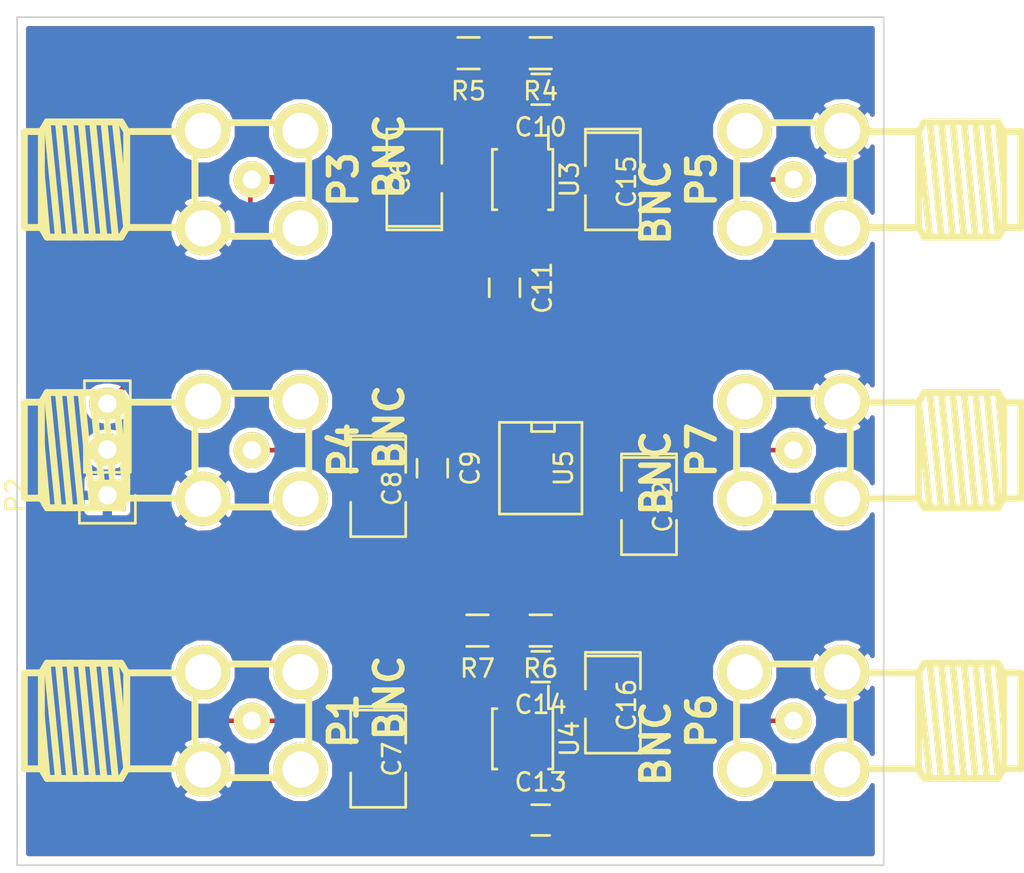
<source format=kicad_pcb>
(kicad_pcb (version 4) (host pcbnew "(2014-11-17 BZR 5289)-product")

  (general
    (links 50)
    (no_connects 0)
    (area 136.737667 78.721 196.045441 127.629)
    (thickness 1.6)
    (drawings 4)
    (tracks 69)
    (zones 0)
    (modules 25)
    (nets 11)
  )

  (page A4)
  (layers
    (0 F.Cu signal)
    (31 B.Cu signal hide)
    (32 B.Adhes user)
    (33 F.Adhes user)
    (34 B.Paste user)
    (35 F.Paste user)
    (36 B.SilkS user)
    (37 F.SilkS user)
    (38 B.Mask user)
    (39 F.Mask user)
    (40 Dwgs.User user)
    (41 Cmts.User user)
    (42 Eco1.User user)
    (43 Eco2.User user)
    (44 Edge.Cuts user)
    (45 Margin user)
    (46 B.CrtYd user)
    (47 F.CrtYd user)
    (48 B.Fab user)
    (49 F.Fab user)
  )

  (setup
    (last_trace_width 0.254)
    (trace_clearance 0.254)
    (zone_clearance 0.254)
    (zone_45_only no)
    (trace_min 0.254)
    (segment_width 0.2)
    (edge_width 0.1)
    (via_size 0.889)
    (via_drill 0.635)
    (via_min_size 0.889)
    (via_min_drill 0.508)
    (uvia_size 0.508)
    (uvia_drill 0.127)
    (uvias_allowed no)
    (uvia_min_size 0.508)
    (uvia_min_drill 0.127)
    (pcb_text_width 0.3)
    (pcb_text_size 1.5 1.5)
    (mod_edge_width 0.15)
    (mod_text_size 1 1)
    (mod_text_width 0.15)
    (pad_size 1.5 1.5)
    (pad_drill 0.6)
    (pad_to_mask_clearance 0)
    (aux_axis_origin 0 0)
    (visible_elements FFFFFF7F)
    (pcbplotparams
      (layerselection 0x010f0_80000001)
      (usegerberextensions false)
      (excludeedgelayer true)
      (linewidth 0.100000)
      (plotframeref false)
      (viasonmask false)
      (mode 1)
      (useauxorigin false)
      (hpglpennumber 1)
      (hpglpenspeed 20)
      (hpglpendiameter 15)
      (hpglpenoverlay 2)
      (psnegative false)
      (psa4output false)
      (plotreference true)
      (plotvalue true)
      (plotinvisibletext false)
      (padsonsilk false)
      (subtractmaskfromsilk false)
      (outputformat 1)
      (mirror false)
      (drillshape 0)
      (scaleselection 1)
      (outputdirectory gerbers/))
  )

  (net 0 "")
  (net 1 GND)
  (net 2 "Net-(C10-Pad2)")
  (net 3 "Net-(C11-Pad1)")
  (net 4 "Net-(C13-Pad1)")
  (net 5 "Net-(C14-Pad2)")
  (net 6 "Net-(C6-Pad1)")
  (net 7 "Net-(C7-Pad1)")
  (net 8 "Net-(C10-Pad1)")
  (net 9 "Net-(C12-Pad1)")
  (net 10 "Net-(C14-Pad1)")

  (net_class Default "This is the default net class."
    (clearance 0.254)
    (trace_width 0.254)
    (via_dia 0.889)
    (via_drill 0.635)
    (uvia_dia 0.508)
    (uvia_drill 0.127)
    (add_net GND)
    (add_net "Net-(C10-Pad1)")
    (add_net "Net-(C10-Pad2)")
    (add_net "Net-(C11-Pad1)")
    (add_net "Net-(C12-Pad1)")
    (add_net "Net-(C13-Pad1)")
    (add_net "Net-(C14-Pad1)")
    (add_net "Net-(C14-Pad2)")
    (add_net "Net-(C6-Pad1)")
    (add_net "Net-(C7-Pad1)")
  )

  (net_class 0.5 ""
    (clearance 0.254)
    (trace_width 0.5)
    (via_dia 0.889)
    (via_drill 0.635)
    (uvia_dia 0.508)
    (uvia_drill 0.127)
  )

  (module prw:SMD-1210_Pol (layer F.Cu) (tedit 55D8873F) (tstamp 55E25006)
    (at 162 89 90)
    (tags "CMS SM")
    (path /55C64A8A)
    (attr smd)
    (fp_text reference C6 (at 0.127 -0.762 90) (layer F.SilkS)
      (effects (font (size 1 1) (thickness 0.15)))
    )
    (fp_text value 10uF (at 0 0.762 90) (layer F.Fab)
      (effects (font (size 1 1) (thickness 0.15)))
    )
    (fp_line (start -2.794 -1.524) (end -2.794 1.524) (layer F.SilkS) (width 0.15))
    (fp_line (start 0.889 1.524) (end 2.794 1.524) (layer F.SilkS) (width 0.15))
    (fp_line (start 2.794 1.524) (end 2.794 -1.524) (layer F.SilkS) (width 0.15))
    (fp_line (start 2.794 -1.524) (end 0.889 -1.524) (layer F.SilkS) (width 0.15))
    (fp_line (start -0.762 -1.524) (end -2.794 -1.524) (layer F.SilkS) (width 0.15))
    (fp_line (start -2.594 -1.524) (end -2.594 1.524) (layer F.SilkS) (width 0.15))
    (fp_line (start -2.794 1.524) (end -0.762 1.524) (layer F.SilkS) (width 0.15))
    (pad 1 smd rect (at -2 0 90) (size 2 2.794) (layers F.Cu F.Paste F.Mask)
      (net 6 "Net-(C6-Pad1)"))
    (pad 2 smd rect (at 2 0 90) (size 2 2.794) (layers F.Cu F.Paste F.Mask)
      (net 1 GND))
    (model SMD_Packages.3dshapes/SMD-1210_Pol.wrl
      (at (xyz 0 0 0))
      (scale (xyz 0.2 0.2 0.2))
      (rotate (xyz 0 0 0))
    )
  )

  (module prw:SMD-1210_Pol (layer F.Cu) (tedit 55D8873F) (tstamp 55E2500C)
    (at 160 121 270)
    (tags "CMS SM")
    (path /55C85851)
    (attr smd)
    (fp_text reference C7 (at 0.127 -0.762 270) (layer F.SilkS)
      (effects (font (size 1 1) (thickness 0.15)))
    )
    (fp_text value 10uF (at 0 0.762 270) (layer F.Fab)
      (effects (font (size 1 1) (thickness 0.15)))
    )
    (fp_line (start -2.794 -1.524) (end -2.794 1.524) (layer F.SilkS) (width 0.15))
    (fp_line (start 0.889 1.524) (end 2.794 1.524) (layer F.SilkS) (width 0.15))
    (fp_line (start 2.794 1.524) (end 2.794 -1.524) (layer F.SilkS) (width 0.15))
    (fp_line (start 2.794 -1.524) (end 0.889 -1.524) (layer F.SilkS) (width 0.15))
    (fp_line (start -0.762 -1.524) (end -2.794 -1.524) (layer F.SilkS) (width 0.15))
    (fp_line (start -2.594 -1.524) (end -2.594 1.524) (layer F.SilkS) (width 0.15))
    (fp_line (start -2.794 1.524) (end -0.762 1.524) (layer F.SilkS) (width 0.15))
    (pad 1 smd rect (at -2 0 270) (size 2 2.794) (layers F.Cu F.Paste F.Mask)
      (net 7 "Net-(C7-Pad1)"))
    (pad 2 smd rect (at 2 0 270) (size 2 2.794) (layers F.Cu F.Paste F.Mask)
      (net 1 GND))
    (model SMD_Packages.3dshapes/SMD-1210_Pol.wrl
      (at (xyz 0 0 0))
      (scale (xyz 0.2 0.2 0.2))
      (rotate (xyz 0 0 0))
    )
  )

  (module prw:SMD-1210_Pol (layer F.Cu) (tedit 55D8873F) (tstamp 55E25012)
    (at 160 106 270)
    (tags "CMS SM")
    (path /55C7172F)
    (attr smd)
    (fp_text reference C8 (at 0.127 -0.762 270) (layer F.SilkS)
      (effects (font (size 1 1) (thickness 0.15)))
    )
    (fp_text value 10uF (at 0 0.762 270) (layer F.Fab)
      (effects (font (size 1 1) (thickness 0.15)))
    )
    (fp_line (start -2.794 -1.524) (end -2.794 1.524) (layer F.SilkS) (width 0.15))
    (fp_line (start 0.889 1.524) (end 2.794 1.524) (layer F.SilkS) (width 0.15))
    (fp_line (start 2.794 1.524) (end 2.794 -1.524) (layer F.SilkS) (width 0.15))
    (fp_line (start 2.794 -1.524) (end 0.889 -1.524) (layer F.SilkS) (width 0.15))
    (fp_line (start -0.762 -1.524) (end -2.794 -1.524) (layer F.SilkS) (width 0.15))
    (fp_line (start -2.594 -1.524) (end -2.594 1.524) (layer F.SilkS) (width 0.15))
    (fp_line (start -2.794 1.524) (end -0.762 1.524) (layer F.SilkS) (width 0.15))
    (pad 1 smd rect (at -2 0 270) (size 2 2.794) (layers F.Cu F.Paste F.Mask)
      (net 8 "Net-(C10-Pad1)"))
    (pad 2 smd rect (at 2 0 270) (size 2 2.794) (layers F.Cu F.Paste F.Mask)
      (net 1 GND))
    (model SMD_Packages.3dshapes/SMD-1210_Pol.wrl
      (at (xyz 0 0 0))
      (scale (xyz 0.2 0.2 0.2))
      (rotate (xyz 0 0 0))
    )
  )

  (module Capacitors_SMD:C_0805 (layer F.Cu) (tedit 5415D6EA) (tstamp 55E25018)
    (at 163 105 270)
    (descr "Capacitor SMD 0805, reflow soldering, AVX (see smccp.pdf)")
    (tags "capacitor 0805")
    (path /55C6B9EE)
    (attr smd)
    (fp_text reference C9 (at 0 -2.1 270) (layer F.SilkS)
      (effects (font (size 1 1) (thickness 0.15)))
    )
    (fp_text value 0.1uF (at 0 2.1 270) (layer F.Fab)
      (effects (font (size 1 1) (thickness 0.15)))
    )
    (fp_line (start -1.8 -1) (end 1.8 -1) (layer F.CrtYd) (width 0.05))
    (fp_line (start -1.8 1) (end 1.8 1) (layer F.CrtYd) (width 0.05))
    (fp_line (start -1.8 -1) (end -1.8 1) (layer F.CrtYd) (width 0.05))
    (fp_line (start 1.8 -1) (end 1.8 1) (layer F.CrtYd) (width 0.05))
    (fp_line (start 0.5 -0.85) (end -0.5 -0.85) (layer F.SilkS) (width 0.15))
    (fp_line (start -0.5 0.85) (end 0.5 0.85) (layer F.SilkS) (width 0.15))
    (pad 1 smd rect (at -1 0 270) (size 1 1.25) (layers F.Cu F.Paste F.Mask)
      (net 8 "Net-(C10-Pad1)"))
    (pad 2 smd rect (at 1 0 270) (size 1 1.25) (layers F.Cu F.Paste F.Mask)
      (net 1 GND))
    (model Capacitors_SMD.3dshapes/C_0805.wrl
      (at (xyz 0 0 0))
      (scale (xyz 1 1 1))
      (rotate (xyz 0 0 0))
    )
  )

  (module Capacitors_SMD:C_0805 (layer F.Cu) (tedit 5415D6EA) (tstamp 55E2501E)
    (at 169 84 180)
    (descr "Capacitor SMD 0805, reflow soldering, AVX (see smccp.pdf)")
    (tags "capacitor 0805")
    (path /55C64AEF)
    (attr smd)
    (fp_text reference C10 (at 0 -2.1 180) (layer F.SilkS)
      (effects (font (size 1 1) (thickness 0.15)))
    )
    (fp_text value 10nF (at 0 2.1 180) (layer F.Fab)
      (effects (font (size 1 1) (thickness 0.15)))
    )
    (fp_line (start -1.8 -1) (end 1.8 -1) (layer F.CrtYd) (width 0.05))
    (fp_line (start -1.8 1) (end 1.8 1) (layer F.CrtYd) (width 0.05))
    (fp_line (start -1.8 -1) (end -1.8 1) (layer F.CrtYd) (width 0.05))
    (fp_line (start 1.8 -1) (end 1.8 1) (layer F.CrtYd) (width 0.05))
    (fp_line (start 0.5 -0.85) (end -0.5 -0.85) (layer F.SilkS) (width 0.15))
    (fp_line (start -0.5 0.85) (end 0.5 0.85) (layer F.SilkS) (width 0.15))
    (pad 1 smd rect (at -1 0 180) (size 1 1.25) (layers F.Cu F.Paste F.Mask)
      (net 8 "Net-(C10-Pad1)"))
    (pad 2 smd rect (at 1 0 180) (size 1 1.25) (layers F.Cu F.Paste F.Mask)
      (net 2 "Net-(C10-Pad2)"))
    (model Capacitors_SMD.3dshapes/C_0805.wrl
      (at (xyz 0 0 0))
      (scale (xyz 1 1 1))
      (rotate (xyz 0 0 0))
    )
  )

  (module Capacitors_SMD:C_0805 (layer F.Cu) (tedit 5415D6EA) (tstamp 55E25024)
    (at 167 95 270)
    (descr "Capacitor SMD 0805, reflow soldering, AVX (see smccp.pdf)")
    (tags "capacitor 0805")
    (path /55C791D7)
    (attr smd)
    (fp_text reference C11 (at 0 -2.1 270) (layer F.SilkS)
      (effects (font (size 1 1) (thickness 0.15)))
    )
    (fp_text value 10nF (at 0 2.1 270) (layer F.Fab)
      (effects (font (size 1 1) (thickness 0.15)))
    )
    (fp_line (start -1.8 -1) (end 1.8 -1) (layer F.CrtYd) (width 0.05))
    (fp_line (start -1.8 1) (end 1.8 1) (layer F.CrtYd) (width 0.05))
    (fp_line (start -1.8 -1) (end -1.8 1) (layer F.CrtYd) (width 0.05))
    (fp_line (start 1.8 -1) (end 1.8 1) (layer F.CrtYd) (width 0.05))
    (fp_line (start 0.5 -0.85) (end -0.5 -0.85) (layer F.SilkS) (width 0.15))
    (fp_line (start -0.5 0.85) (end 0.5 0.85) (layer F.SilkS) (width 0.15))
    (pad 1 smd rect (at -1 0 270) (size 1 1.25) (layers F.Cu F.Paste F.Mask)
      (net 3 "Net-(C11-Pad1)"))
    (pad 2 smd rect (at 1 0 270) (size 1 1.25) (layers F.Cu F.Paste F.Mask)
      (net 1 GND))
    (model Capacitors_SMD.3dshapes/C_0805.wrl
      (at (xyz 0 0 0))
      (scale (xyz 1 1 1))
      (rotate (xyz 0 0 0))
    )
  )

  (module prw:SMD-1210_Pol (layer F.Cu) (tedit 55D8873F) (tstamp 55E2502A)
    (at 175 107 270)
    (tags "CMS SM")
    (path /55C6C3FE)
    (attr smd)
    (fp_text reference C12 (at 0.127 -0.762 270) (layer F.SilkS)
      (effects (font (size 1 1) (thickness 0.15)))
    )
    (fp_text value 0.1uF (at 0 0.762 270) (layer F.Fab)
      (effects (font (size 1 1) (thickness 0.15)))
    )
    (fp_line (start -2.794 -1.524) (end -2.794 1.524) (layer F.SilkS) (width 0.15))
    (fp_line (start 0.889 1.524) (end 2.794 1.524) (layer F.SilkS) (width 0.15))
    (fp_line (start 2.794 1.524) (end 2.794 -1.524) (layer F.SilkS) (width 0.15))
    (fp_line (start 2.794 -1.524) (end 0.889 -1.524) (layer F.SilkS) (width 0.15))
    (fp_line (start -0.762 -1.524) (end -2.794 -1.524) (layer F.SilkS) (width 0.15))
    (fp_line (start -2.594 -1.524) (end -2.594 1.524) (layer F.SilkS) (width 0.15))
    (fp_line (start -2.794 1.524) (end -0.762 1.524) (layer F.SilkS) (width 0.15))
    (pad 1 smd rect (at -2 0 270) (size 2 2.794) (layers F.Cu F.Paste F.Mask)
      (net 9 "Net-(C12-Pad1)"))
    (pad 2 smd rect (at 2 0 270) (size 2 2.794) (layers F.Cu F.Paste F.Mask)
      (net 1 GND))
    (model SMD_Packages.3dshapes/SMD-1210_Pol.wrl
      (at (xyz 0 0 0))
      (scale (xyz 0.2 0.2 0.2))
      (rotate (xyz 0 0 0))
    )
  )

  (module Capacitors_SMD:C_0805 (layer F.Cu) (tedit 5415D6EA) (tstamp 55E25030)
    (at 169 124.5)
    (descr "Capacitor SMD 0805, reflow soldering, AVX (see smccp.pdf)")
    (tags "capacitor 0805")
    (path /55C8588C)
    (attr smd)
    (fp_text reference C13 (at 0 -2.1) (layer F.SilkS)
      (effects (font (size 1 1) (thickness 0.15)))
    )
    (fp_text value 10nF (at 0 2.1) (layer F.Fab)
      (effects (font (size 1 1) (thickness 0.15)))
    )
    (fp_line (start -1.8 -1) (end 1.8 -1) (layer F.CrtYd) (width 0.05))
    (fp_line (start -1.8 1) (end 1.8 1) (layer F.CrtYd) (width 0.05))
    (fp_line (start -1.8 -1) (end -1.8 1) (layer F.CrtYd) (width 0.05))
    (fp_line (start 1.8 -1) (end 1.8 1) (layer F.CrtYd) (width 0.05))
    (fp_line (start 0.5 -0.85) (end -0.5 -0.85) (layer F.SilkS) (width 0.15))
    (fp_line (start -0.5 0.85) (end 0.5 0.85) (layer F.SilkS) (width 0.15))
    (pad 1 smd rect (at -1 0) (size 1 1.25) (layers F.Cu F.Paste F.Mask)
      (net 4 "Net-(C13-Pad1)"))
    (pad 2 smd rect (at 1 0) (size 1 1.25) (layers F.Cu F.Paste F.Mask)
      (net 1 GND))
    (model Capacitors_SMD.3dshapes/C_0805.wrl
      (at (xyz 0 0 0))
      (scale (xyz 1 1 1))
      (rotate (xyz 0 0 0))
    )
  )

  (module Capacitors_SMD:C_0805 (layer F.Cu) (tedit 5415D6EA) (tstamp 55E25036)
    (at 169 116 180)
    (descr "Capacitor SMD 0805, reflow soldering, AVX (see smccp.pdf)")
    (tags "capacitor 0805")
    (path /55C85857)
    (attr smd)
    (fp_text reference C14 (at 0 -2.1 180) (layer F.SilkS)
      (effects (font (size 1 1) (thickness 0.15)))
    )
    (fp_text value 10nF (at 0 2.1 180) (layer F.Fab)
      (effects (font (size 1 1) (thickness 0.15)))
    )
    (fp_line (start -1.8 -1) (end 1.8 -1) (layer F.CrtYd) (width 0.05))
    (fp_line (start -1.8 1) (end 1.8 1) (layer F.CrtYd) (width 0.05))
    (fp_line (start -1.8 -1) (end -1.8 1) (layer F.CrtYd) (width 0.05))
    (fp_line (start 1.8 -1) (end 1.8 1) (layer F.CrtYd) (width 0.05))
    (fp_line (start 0.5 -0.85) (end -0.5 -0.85) (layer F.SilkS) (width 0.15))
    (fp_line (start -0.5 0.85) (end 0.5 0.85) (layer F.SilkS) (width 0.15))
    (pad 1 smd rect (at -1 0 180) (size 1 1.25) (layers F.Cu F.Paste F.Mask)
      (net 10 "Net-(C14-Pad1)"))
    (pad 2 smd rect (at 1 0 180) (size 1 1.25) (layers F.Cu F.Paste F.Mask)
      (net 5 "Net-(C14-Pad2)"))
    (model Capacitors_SMD.3dshapes/C_0805.wrl
      (at (xyz 0 0 0))
      (scale (xyz 1 1 1))
      (rotate (xyz 0 0 0))
    )
  )

  (module prw:SMD-1210_Pol (layer F.Cu) (tedit 55D8873F) (tstamp 55E2503C)
    (at 173 89 270)
    (tags "CMS SM")
    (path /55C795CB)
    (attr smd)
    (fp_text reference C15 (at 0.127 -0.762 270) (layer F.SilkS)
      (effects (font (size 1 1) (thickness 0.15)))
    )
    (fp_text value 10uF (at 0 0.762 270) (layer F.Fab)
      (effects (font (size 1 1) (thickness 0.15)))
    )
    (fp_line (start -2.794 -1.524) (end -2.794 1.524) (layer F.SilkS) (width 0.15))
    (fp_line (start 0.889 1.524) (end 2.794 1.524) (layer F.SilkS) (width 0.15))
    (fp_line (start 2.794 1.524) (end 2.794 -1.524) (layer F.SilkS) (width 0.15))
    (fp_line (start 2.794 -1.524) (end 0.889 -1.524) (layer F.SilkS) (width 0.15))
    (fp_line (start -0.762 -1.524) (end -2.794 -1.524) (layer F.SilkS) (width 0.15))
    (fp_line (start -2.594 -1.524) (end -2.594 1.524) (layer F.SilkS) (width 0.15))
    (fp_line (start -2.794 1.524) (end -0.762 1.524) (layer F.SilkS) (width 0.15))
    (pad 1 smd rect (at -2 0 270) (size 2 2.794) (layers F.Cu F.Paste F.Mask)
      (net 8 "Net-(C10-Pad1)"))
    (pad 2 smd rect (at 2 0 270) (size 2 2.794) (layers F.Cu F.Paste F.Mask)
      (net 1 GND))
    (model SMD_Packages.3dshapes/SMD-1210_Pol.wrl
      (at (xyz 0 0 0))
      (scale (xyz 0.2 0.2 0.2))
      (rotate (xyz 0 0 0))
    )
  )

  (module prw:SMD-1210_Pol (layer F.Cu) (tedit 55D8873F) (tstamp 55E25042)
    (at 173 118 270)
    (tags "CMS SM")
    (path /55C85898)
    (attr smd)
    (fp_text reference C16 (at 0.127 -0.762 270) (layer F.SilkS)
      (effects (font (size 1 1) (thickness 0.15)))
    )
    (fp_text value 10uF (at 0 0.762 270) (layer F.Fab)
      (effects (font (size 1 1) (thickness 0.15)))
    )
    (fp_line (start -2.794 -1.524) (end -2.794 1.524) (layer F.SilkS) (width 0.15))
    (fp_line (start 0.889 1.524) (end 2.794 1.524) (layer F.SilkS) (width 0.15))
    (fp_line (start 2.794 1.524) (end 2.794 -1.524) (layer F.SilkS) (width 0.15))
    (fp_line (start 2.794 -1.524) (end 0.889 -1.524) (layer F.SilkS) (width 0.15))
    (fp_line (start -0.762 -1.524) (end -2.794 -1.524) (layer F.SilkS) (width 0.15))
    (fp_line (start -2.594 -1.524) (end -2.594 1.524) (layer F.SilkS) (width 0.15))
    (fp_line (start -2.794 1.524) (end -0.762 1.524) (layer F.SilkS) (width 0.15))
    (pad 1 smd rect (at -2 0 270) (size 2 2.794) (layers F.Cu F.Paste F.Mask)
      (net 10 "Net-(C14-Pad1)"))
    (pad 2 smd rect (at 2 0 270) (size 2 2.794) (layers F.Cu F.Paste F.Mask)
      (net 1 GND))
    (model SMD_Packages.3dshapes/SMD-1210_Pol.wrl
      (at (xyz 0 0 0))
      (scale (xyz 0.2 0.2 0.2))
      (rotate (xyz 0 0 0))
    )
  )

  (module prw:SMA (layer F.Cu) (tedit 55D88A15) (tstamp 55E2504B)
    (at 153 119 90)
    (tags "SMA Connector")
    (path /55E27626)
    (fp_text reference P1 (at 0 5.08 90) (layer F.SilkS)
      (effects (font (thickness 0.3048)))
    )
    (fp_text value BNC (at 1.27 7.62 90) (layer F.SilkS)
      (effects (font (thickness 0.3048)))
    )
    (fp_line (start 2.65938 -11.65606) (end 2.65938 -12.60094) (layer F.SilkS) (width 0.381))
    (fp_line (start -2.65938 -11.65606) (end -2.65938 -12.60094) (layer F.SilkS) (width 0.381))
    (fp_line (start -2.65938 -3.1496) (end -2.65938 -6.92912) (layer F.SilkS) (width 0.381))
    (fp_line (start 2.65938 -3.1496) (end 2.65938 -6.92912) (layer F.SilkS) (width 0.381))
    (fp_line (start -3.19278 -11.3411) (end 0.2667 -11.65606) (layer F.SilkS) (width 0.381))
    (fp_line (start 3.19278 -7.55904) (end -2.65938 -6.92912) (layer F.SilkS) (width 0.381))
    (fp_line (start -3.19278 -7.55904) (end 3.19278 -8.18896) (layer F.SilkS) (width 0.381))
    (fp_line (start -3.19278 -8.18896) (end 3.19278 -8.81888) (layer F.SilkS) (width 0.381))
    (fp_line (start -3.19278 -8.81888) (end 3.19278 -9.4488) (layer F.SilkS) (width 0.381))
    (fp_line (start -3.19278 -9.4488) (end 3.19278 -10.08126) (layer F.SilkS) (width 0.381))
    (fp_line (start -3.19278 -10.08126) (end 3.19278 -10.71118) (layer F.SilkS) (width 0.381))
    (fp_line (start -3.19278 -10.71118) (end 3.19278 -11.3411) (layer F.SilkS) (width 0.381))
    (fp_line (start -3.19278 -11.3411) (end -2.65938 -11.65606) (layer F.SilkS) (width 0.381))
    (fp_line (start -2.65938 -11.65606) (end 2.65938 -11.65606) (layer F.SilkS) (width 0.381))
    (fp_line (start 2.65938 -11.65606) (end 3.19278 -11.3411) (layer F.SilkS) (width 0.381))
    (fp_line (start 3.19278 -11.3411) (end 3.19278 -7.24408) (layer F.SilkS) (width 0.381))
    (fp_line (start 3.19278 -7.24408) (end 2.65938 -6.92912) (layer F.SilkS) (width 0.381))
    (fp_line (start 2.65938 -6.92912) (end -2.65938 -6.92912) (layer F.SilkS) (width 0.381))
    (fp_line (start -2.65938 -6.92912) (end -3.19278 -7.24408) (layer F.SilkS) (width 0.381))
    (fp_line (start -3.19278 -7.24408) (end -3.19278 -11.3411) (layer F.SilkS) (width 0.381))
    (fp_line (start 2.65938 -12.60094) (end -2.65938 -12.60094) (layer F.SilkS) (width 0.381))
    (fp_line (start -3.1496 -3.1496) (end 3.1496 -3.1496) (layer F.SilkS) (width 0.381))
    (fp_line (start 3.1496 -3.1496) (end 3.1496 3.1496) (layer F.SilkS) (width 0.381))
    (fp_line (start 3.1496 3.1496) (end -3.1496 3.1496) (layer F.SilkS) (width 0.381))
    (fp_line (start -3.1496 3.1496) (end -3.1496 -3.1496) (layer F.SilkS) (width 0.381))
    (pad 1 thru_hole circle (at 0 0 90) (size 1.99898 1.99898) (drill 1.00076) (layers *.Cu *.Mask F.SilkS)
      (net 7 "Net-(C7-Pad1)"))
    (pad 3 thru_hole circle (at 2.70002 -2.70002 90) (size 3 3) (drill 2) (layers *.Cu *.Mask F.SilkS))
    (pad 2 thru_hole circle (at -2.70002 -2.70002 90) (size 3 3) (drill 2) (layers *.Cu *.Mask F.SilkS)
      (net 1 GND))
    (pad 5 thru_hole circle (at -2.70002 2.70002 90) (size 3 3) (drill 2) (layers *.Cu *.Mask F.SilkS))
    (pad 4 thru_hole circle (at 2.70002 2.70002 90) (size 3 3) (drill 2) (layers *.Cu *.Mask F.SilkS))
    (model connectors/sma.wrl
      (at (xyz 0 0 0))
      (scale (xyz 0.39 0.39 0.39))
      (rotate (xyz -90 0 -90))
    )
  )

  (module prw:SMA (layer F.Cu) (tedit 55D88A15) (tstamp 55E2505D)
    (at 153 89 90)
    (tags "SMA Connector")
    (path /55E26BA0)
    (fp_text reference P3 (at 0 5.08 90) (layer F.SilkS)
      (effects (font (thickness 0.3048)))
    )
    (fp_text value BNC (at 1.27 7.62 90) (layer F.SilkS)
      (effects (font (thickness 0.3048)))
    )
    (fp_line (start 2.65938 -11.65606) (end 2.65938 -12.60094) (layer F.SilkS) (width 0.381))
    (fp_line (start -2.65938 -11.65606) (end -2.65938 -12.60094) (layer F.SilkS) (width 0.381))
    (fp_line (start -2.65938 -3.1496) (end -2.65938 -6.92912) (layer F.SilkS) (width 0.381))
    (fp_line (start 2.65938 -3.1496) (end 2.65938 -6.92912) (layer F.SilkS) (width 0.381))
    (fp_line (start -3.19278 -11.3411) (end 0.2667 -11.65606) (layer F.SilkS) (width 0.381))
    (fp_line (start 3.19278 -7.55904) (end -2.65938 -6.92912) (layer F.SilkS) (width 0.381))
    (fp_line (start -3.19278 -7.55904) (end 3.19278 -8.18896) (layer F.SilkS) (width 0.381))
    (fp_line (start -3.19278 -8.18896) (end 3.19278 -8.81888) (layer F.SilkS) (width 0.381))
    (fp_line (start -3.19278 -8.81888) (end 3.19278 -9.4488) (layer F.SilkS) (width 0.381))
    (fp_line (start -3.19278 -9.4488) (end 3.19278 -10.08126) (layer F.SilkS) (width 0.381))
    (fp_line (start -3.19278 -10.08126) (end 3.19278 -10.71118) (layer F.SilkS) (width 0.381))
    (fp_line (start -3.19278 -10.71118) (end 3.19278 -11.3411) (layer F.SilkS) (width 0.381))
    (fp_line (start -3.19278 -11.3411) (end -2.65938 -11.65606) (layer F.SilkS) (width 0.381))
    (fp_line (start -2.65938 -11.65606) (end 2.65938 -11.65606) (layer F.SilkS) (width 0.381))
    (fp_line (start 2.65938 -11.65606) (end 3.19278 -11.3411) (layer F.SilkS) (width 0.381))
    (fp_line (start 3.19278 -11.3411) (end 3.19278 -7.24408) (layer F.SilkS) (width 0.381))
    (fp_line (start 3.19278 -7.24408) (end 2.65938 -6.92912) (layer F.SilkS) (width 0.381))
    (fp_line (start 2.65938 -6.92912) (end -2.65938 -6.92912) (layer F.SilkS) (width 0.381))
    (fp_line (start -2.65938 -6.92912) (end -3.19278 -7.24408) (layer F.SilkS) (width 0.381))
    (fp_line (start -3.19278 -7.24408) (end -3.19278 -11.3411) (layer F.SilkS) (width 0.381))
    (fp_line (start 2.65938 -12.60094) (end -2.65938 -12.60094) (layer F.SilkS) (width 0.381))
    (fp_line (start -3.1496 -3.1496) (end 3.1496 -3.1496) (layer F.SilkS) (width 0.381))
    (fp_line (start 3.1496 -3.1496) (end 3.1496 3.1496) (layer F.SilkS) (width 0.381))
    (fp_line (start 3.1496 3.1496) (end -3.1496 3.1496) (layer F.SilkS) (width 0.381))
    (fp_line (start -3.1496 3.1496) (end -3.1496 -3.1496) (layer F.SilkS) (width 0.381))
    (pad 1 thru_hole circle (at 0 0 90) (size 1.99898 1.99898) (drill 1.00076) (layers *.Cu *.Mask F.SilkS)
      (net 6 "Net-(C6-Pad1)"))
    (pad 3 thru_hole circle (at 2.70002 -2.70002 90) (size 3 3) (drill 2) (layers *.Cu *.Mask F.SilkS))
    (pad 2 thru_hole circle (at -2.70002 -2.70002 90) (size 3 3) (drill 2) (layers *.Cu *.Mask F.SilkS)
      (net 1 GND))
    (pad 5 thru_hole circle (at -2.70002 2.70002 90) (size 3 3) (drill 2) (layers *.Cu *.Mask F.SilkS))
    (pad 4 thru_hole circle (at 2.70002 2.70002 90) (size 3 3) (drill 2) (layers *.Cu *.Mask F.SilkS))
    (model connectors/sma.wrl
      (at (xyz 0 0 0))
      (scale (xyz 0.39 0.39 0.39))
      (rotate (xyz -90 0 -90))
    )
  )

  (module prw:SMA (layer F.Cu) (tedit 55D88A15) (tstamp 55E25066)
    (at 153 104 90)
    (tags "SMA Connector")
    (path /55E2A25D)
    (fp_text reference P4 (at 0 5.08 90) (layer F.SilkS)
      (effects (font (thickness 0.3048)))
    )
    (fp_text value BNC (at 1.27 7.62 90) (layer F.SilkS)
      (effects (font (thickness 0.3048)))
    )
    (fp_line (start 2.65938 -11.65606) (end 2.65938 -12.60094) (layer F.SilkS) (width 0.381))
    (fp_line (start -2.65938 -11.65606) (end -2.65938 -12.60094) (layer F.SilkS) (width 0.381))
    (fp_line (start -2.65938 -3.1496) (end -2.65938 -6.92912) (layer F.SilkS) (width 0.381))
    (fp_line (start 2.65938 -3.1496) (end 2.65938 -6.92912) (layer F.SilkS) (width 0.381))
    (fp_line (start -3.19278 -11.3411) (end 0.2667 -11.65606) (layer F.SilkS) (width 0.381))
    (fp_line (start 3.19278 -7.55904) (end -2.65938 -6.92912) (layer F.SilkS) (width 0.381))
    (fp_line (start -3.19278 -7.55904) (end 3.19278 -8.18896) (layer F.SilkS) (width 0.381))
    (fp_line (start -3.19278 -8.18896) (end 3.19278 -8.81888) (layer F.SilkS) (width 0.381))
    (fp_line (start -3.19278 -8.81888) (end 3.19278 -9.4488) (layer F.SilkS) (width 0.381))
    (fp_line (start -3.19278 -9.4488) (end 3.19278 -10.08126) (layer F.SilkS) (width 0.381))
    (fp_line (start -3.19278 -10.08126) (end 3.19278 -10.71118) (layer F.SilkS) (width 0.381))
    (fp_line (start -3.19278 -10.71118) (end 3.19278 -11.3411) (layer F.SilkS) (width 0.381))
    (fp_line (start -3.19278 -11.3411) (end -2.65938 -11.65606) (layer F.SilkS) (width 0.381))
    (fp_line (start -2.65938 -11.65606) (end 2.65938 -11.65606) (layer F.SilkS) (width 0.381))
    (fp_line (start 2.65938 -11.65606) (end 3.19278 -11.3411) (layer F.SilkS) (width 0.381))
    (fp_line (start 3.19278 -11.3411) (end 3.19278 -7.24408) (layer F.SilkS) (width 0.381))
    (fp_line (start 3.19278 -7.24408) (end 2.65938 -6.92912) (layer F.SilkS) (width 0.381))
    (fp_line (start 2.65938 -6.92912) (end -2.65938 -6.92912) (layer F.SilkS) (width 0.381))
    (fp_line (start -2.65938 -6.92912) (end -3.19278 -7.24408) (layer F.SilkS) (width 0.381))
    (fp_line (start -3.19278 -7.24408) (end -3.19278 -11.3411) (layer F.SilkS) (width 0.381))
    (fp_line (start 2.65938 -12.60094) (end -2.65938 -12.60094) (layer F.SilkS) (width 0.381))
    (fp_line (start -3.1496 -3.1496) (end 3.1496 -3.1496) (layer F.SilkS) (width 0.381))
    (fp_line (start 3.1496 -3.1496) (end 3.1496 3.1496) (layer F.SilkS) (width 0.381))
    (fp_line (start 3.1496 3.1496) (end -3.1496 3.1496) (layer F.SilkS) (width 0.381))
    (fp_line (start -3.1496 3.1496) (end -3.1496 -3.1496) (layer F.SilkS) (width 0.381))
    (pad 1 thru_hole circle (at 0 0 90) (size 1.99898 1.99898) (drill 1.00076) (layers *.Cu *.Mask F.SilkS)
      (net 8 "Net-(C10-Pad1)"))
    (pad 3 thru_hole circle (at 2.70002 -2.70002 90) (size 3 3) (drill 2) (layers *.Cu *.Mask F.SilkS))
    (pad 2 thru_hole circle (at -2.70002 -2.70002 90) (size 3 3) (drill 2) (layers *.Cu *.Mask F.SilkS)
      (net 1 GND))
    (pad 5 thru_hole circle (at -2.70002 2.70002 90) (size 3 3) (drill 2) (layers *.Cu *.Mask F.SilkS))
    (pad 4 thru_hole circle (at 2.70002 2.70002 90) (size 3 3) (drill 2) (layers *.Cu *.Mask F.SilkS))
    (model connectors/sma.wrl
      (at (xyz 0 0 0))
      (scale (xyz 0.39 0.39 0.39))
      (rotate (xyz -90 0 -90))
    )
  )

  (module prw:SMA (layer F.Cu) (tedit 55D88A15) (tstamp 55E2506F)
    (at 183 89 270)
    (tags "SMA Connector")
    (path /55E26C0A)
    (fp_text reference P5 (at 0 5.08 270) (layer F.SilkS)
      (effects (font (thickness 0.3048)))
    )
    (fp_text value BNC (at 1.27 7.62 270) (layer F.SilkS)
      (effects (font (thickness 0.3048)))
    )
    (fp_line (start 2.65938 -11.65606) (end 2.65938 -12.60094) (layer F.SilkS) (width 0.381))
    (fp_line (start -2.65938 -11.65606) (end -2.65938 -12.60094) (layer F.SilkS) (width 0.381))
    (fp_line (start -2.65938 -3.1496) (end -2.65938 -6.92912) (layer F.SilkS) (width 0.381))
    (fp_line (start 2.65938 -3.1496) (end 2.65938 -6.92912) (layer F.SilkS) (width 0.381))
    (fp_line (start -3.19278 -11.3411) (end 0.2667 -11.65606) (layer F.SilkS) (width 0.381))
    (fp_line (start 3.19278 -7.55904) (end -2.65938 -6.92912) (layer F.SilkS) (width 0.381))
    (fp_line (start -3.19278 -7.55904) (end 3.19278 -8.18896) (layer F.SilkS) (width 0.381))
    (fp_line (start -3.19278 -8.18896) (end 3.19278 -8.81888) (layer F.SilkS) (width 0.381))
    (fp_line (start -3.19278 -8.81888) (end 3.19278 -9.4488) (layer F.SilkS) (width 0.381))
    (fp_line (start -3.19278 -9.4488) (end 3.19278 -10.08126) (layer F.SilkS) (width 0.381))
    (fp_line (start -3.19278 -10.08126) (end 3.19278 -10.71118) (layer F.SilkS) (width 0.381))
    (fp_line (start -3.19278 -10.71118) (end 3.19278 -11.3411) (layer F.SilkS) (width 0.381))
    (fp_line (start -3.19278 -11.3411) (end -2.65938 -11.65606) (layer F.SilkS) (width 0.381))
    (fp_line (start -2.65938 -11.65606) (end 2.65938 -11.65606) (layer F.SilkS) (width 0.381))
    (fp_line (start 2.65938 -11.65606) (end 3.19278 -11.3411) (layer F.SilkS) (width 0.381))
    (fp_line (start 3.19278 -11.3411) (end 3.19278 -7.24408) (layer F.SilkS) (width 0.381))
    (fp_line (start 3.19278 -7.24408) (end 2.65938 -6.92912) (layer F.SilkS) (width 0.381))
    (fp_line (start 2.65938 -6.92912) (end -2.65938 -6.92912) (layer F.SilkS) (width 0.381))
    (fp_line (start -2.65938 -6.92912) (end -3.19278 -7.24408) (layer F.SilkS) (width 0.381))
    (fp_line (start -3.19278 -7.24408) (end -3.19278 -11.3411) (layer F.SilkS) (width 0.381))
    (fp_line (start 2.65938 -12.60094) (end -2.65938 -12.60094) (layer F.SilkS) (width 0.381))
    (fp_line (start -3.1496 -3.1496) (end 3.1496 -3.1496) (layer F.SilkS) (width 0.381))
    (fp_line (start 3.1496 -3.1496) (end 3.1496 3.1496) (layer F.SilkS) (width 0.381))
    (fp_line (start 3.1496 3.1496) (end -3.1496 3.1496) (layer F.SilkS) (width 0.381))
    (fp_line (start -3.1496 3.1496) (end -3.1496 -3.1496) (layer F.SilkS) (width 0.381))
    (pad 1 thru_hole circle (at 0 0 270) (size 1.99898 1.99898) (drill 1.00076) (layers *.Cu *.Mask F.SilkS)
      (net 8 "Net-(C10-Pad1)"))
    (pad 3 thru_hole circle (at 2.70002 -2.70002 270) (size 3 3) (drill 2) (layers *.Cu *.Mask F.SilkS))
    (pad 2 thru_hole circle (at -2.70002 -2.70002 270) (size 3 3) (drill 2) (layers *.Cu *.Mask F.SilkS)
      (net 1 GND))
    (pad 5 thru_hole circle (at -2.70002 2.70002 270) (size 3 3) (drill 2) (layers *.Cu *.Mask F.SilkS))
    (pad 4 thru_hole circle (at 2.70002 2.70002 270) (size 3 3) (drill 2) (layers *.Cu *.Mask F.SilkS))
    (model connectors/sma.wrl
      (at (xyz 0 0 0))
      (scale (xyz 0.39 0.39 0.39))
      (rotate (xyz -90 0 -90))
    )
  )

  (module prw:SMA (layer F.Cu) (tedit 55D88A15) (tstamp 55E25078)
    (at 183 119 270)
    (tags "SMA Connector")
    (path /55E275DD)
    (fp_text reference P6 (at 0 5.08 270) (layer F.SilkS)
      (effects (font (thickness 0.3048)))
    )
    (fp_text value BNC (at 1.27 7.62 270) (layer F.SilkS)
      (effects (font (thickness 0.3048)))
    )
    (fp_line (start 2.65938 -11.65606) (end 2.65938 -12.60094) (layer F.SilkS) (width 0.381))
    (fp_line (start -2.65938 -11.65606) (end -2.65938 -12.60094) (layer F.SilkS) (width 0.381))
    (fp_line (start -2.65938 -3.1496) (end -2.65938 -6.92912) (layer F.SilkS) (width 0.381))
    (fp_line (start 2.65938 -3.1496) (end 2.65938 -6.92912) (layer F.SilkS) (width 0.381))
    (fp_line (start -3.19278 -11.3411) (end 0.2667 -11.65606) (layer F.SilkS) (width 0.381))
    (fp_line (start 3.19278 -7.55904) (end -2.65938 -6.92912) (layer F.SilkS) (width 0.381))
    (fp_line (start -3.19278 -7.55904) (end 3.19278 -8.18896) (layer F.SilkS) (width 0.381))
    (fp_line (start -3.19278 -8.18896) (end 3.19278 -8.81888) (layer F.SilkS) (width 0.381))
    (fp_line (start -3.19278 -8.81888) (end 3.19278 -9.4488) (layer F.SilkS) (width 0.381))
    (fp_line (start -3.19278 -9.4488) (end 3.19278 -10.08126) (layer F.SilkS) (width 0.381))
    (fp_line (start -3.19278 -10.08126) (end 3.19278 -10.71118) (layer F.SilkS) (width 0.381))
    (fp_line (start -3.19278 -10.71118) (end 3.19278 -11.3411) (layer F.SilkS) (width 0.381))
    (fp_line (start -3.19278 -11.3411) (end -2.65938 -11.65606) (layer F.SilkS) (width 0.381))
    (fp_line (start -2.65938 -11.65606) (end 2.65938 -11.65606) (layer F.SilkS) (width 0.381))
    (fp_line (start 2.65938 -11.65606) (end 3.19278 -11.3411) (layer F.SilkS) (width 0.381))
    (fp_line (start 3.19278 -11.3411) (end 3.19278 -7.24408) (layer F.SilkS) (width 0.381))
    (fp_line (start 3.19278 -7.24408) (end 2.65938 -6.92912) (layer F.SilkS) (width 0.381))
    (fp_line (start 2.65938 -6.92912) (end -2.65938 -6.92912) (layer F.SilkS) (width 0.381))
    (fp_line (start -2.65938 -6.92912) (end -3.19278 -7.24408) (layer F.SilkS) (width 0.381))
    (fp_line (start -3.19278 -7.24408) (end -3.19278 -11.3411) (layer F.SilkS) (width 0.381))
    (fp_line (start 2.65938 -12.60094) (end -2.65938 -12.60094) (layer F.SilkS) (width 0.381))
    (fp_line (start -3.1496 -3.1496) (end 3.1496 -3.1496) (layer F.SilkS) (width 0.381))
    (fp_line (start 3.1496 -3.1496) (end 3.1496 3.1496) (layer F.SilkS) (width 0.381))
    (fp_line (start 3.1496 3.1496) (end -3.1496 3.1496) (layer F.SilkS) (width 0.381))
    (fp_line (start -3.1496 3.1496) (end -3.1496 -3.1496) (layer F.SilkS) (width 0.381))
    (pad 1 thru_hole circle (at 0 0 270) (size 1.99898 1.99898) (drill 1.00076) (layers *.Cu *.Mask F.SilkS)
      (net 10 "Net-(C14-Pad1)"))
    (pad 3 thru_hole circle (at 2.70002 -2.70002 270) (size 3 3) (drill 2) (layers *.Cu *.Mask F.SilkS))
    (pad 2 thru_hole circle (at -2.70002 -2.70002 270) (size 3 3) (drill 2) (layers *.Cu *.Mask F.SilkS)
      (net 1 GND))
    (pad 5 thru_hole circle (at -2.70002 2.70002 270) (size 3 3) (drill 2) (layers *.Cu *.Mask F.SilkS))
    (pad 4 thru_hole circle (at 2.70002 2.70002 270) (size 3 3) (drill 2) (layers *.Cu *.Mask F.SilkS))
    (model connectors/sma.wrl
      (at (xyz 0 0 0))
      (scale (xyz 0.39 0.39 0.39))
      (rotate (xyz -90 0 -90))
    )
  )

  (module prw:SMA (layer F.Cu) (tedit 55D88A15) (tstamp 55E25081)
    (at 183 104 270)
    (tags "SMA Connector")
    (path /55E29759)
    (fp_text reference P7 (at 0 5.08 270) (layer F.SilkS)
      (effects (font (thickness 0.3048)))
    )
    (fp_text value BNC (at 1.27 7.62 270) (layer F.SilkS)
      (effects (font (thickness 0.3048)))
    )
    (fp_line (start 2.65938 -11.65606) (end 2.65938 -12.60094) (layer F.SilkS) (width 0.381))
    (fp_line (start -2.65938 -11.65606) (end -2.65938 -12.60094) (layer F.SilkS) (width 0.381))
    (fp_line (start -2.65938 -3.1496) (end -2.65938 -6.92912) (layer F.SilkS) (width 0.381))
    (fp_line (start 2.65938 -3.1496) (end 2.65938 -6.92912) (layer F.SilkS) (width 0.381))
    (fp_line (start -3.19278 -11.3411) (end 0.2667 -11.65606) (layer F.SilkS) (width 0.381))
    (fp_line (start 3.19278 -7.55904) (end -2.65938 -6.92912) (layer F.SilkS) (width 0.381))
    (fp_line (start -3.19278 -7.55904) (end 3.19278 -8.18896) (layer F.SilkS) (width 0.381))
    (fp_line (start -3.19278 -8.18896) (end 3.19278 -8.81888) (layer F.SilkS) (width 0.381))
    (fp_line (start -3.19278 -8.81888) (end 3.19278 -9.4488) (layer F.SilkS) (width 0.381))
    (fp_line (start -3.19278 -9.4488) (end 3.19278 -10.08126) (layer F.SilkS) (width 0.381))
    (fp_line (start -3.19278 -10.08126) (end 3.19278 -10.71118) (layer F.SilkS) (width 0.381))
    (fp_line (start -3.19278 -10.71118) (end 3.19278 -11.3411) (layer F.SilkS) (width 0.381))
    (fp_line (start -3.19278 -11.3411) (end -2.65938 -11.65606) (layer F.SilkS) (width 0.381))
    (fp_line (start -2.65938 -11.65606) (end 2.65938 -11.65606) (layer F.SilkS) (width 0.381))
    (fp_line (start 2.65938 -11.65606) (end 3.19278 -11.3411) (layer F.SilkS) (width 0.381))
    (fp_line (start 3.19278 -11.3411) (end 3.19278 -7.24408) (layer F.SilkS) (width 0.381))
    (fp_line (start 3.19278 -7.24408) (end 2.65938 -6.92912) (layer F.SilkS) (width 0.381))
    (fp_line (start 2.65938 -6.92912) (end -2.65938 -6.92912) (layer F.SilkS) (width 0.381))
    (fp_line (start -2.65938 -6.92912) (end -3.19278 -7.24408) (layer F.SilkS) (width 0.381))
    (fp_line (start -3.19278 -7.24408) (end -3.19278 -11.3411) (layer F.SilkS) (width 0.381))
    (fp_line (start 2.65938 -12.60094) (end -2.65938 -12.60094) (layer F.SilkS) (width 0.381))
    (fp_line (start -3.1496 -3.1496) (end 3.1496 -3.1496) (layer F.SilkS) (width 0.381))
    (fp_line (start 3.1496 -3.1496) (end 3.1496 3.1496) (layer F.SilkS) (width 0.381))
    (fp_line (start 3.1496 3.1496) (end -3.1496 3.1496) (layer F.SilkS) (width 0.381))
    (fp_line (start -3.1496 3.1496) (end -3.1496 -3.1496) (layer F.SilkS) (width 0.381))
    (pad 1 thru_hole circle (at 0 0 270) (size 1.99898 1.99898) (drill 1.00076) (layers *.Cu *.Mask F.SilkS)
      (net 9 "Net-(C12-Pad1)"))
    (pad 3 thru_hole circle (at 2.70002 -2.70002 270) (size 3 3) (drill 2) (layers *.Cu *.Mask F.SilkS))
    (pad 2 thru_hole circle (at -2.70002 -2.70002 270) (size 3 3) (drill 2) (layers *.Cu *.Mask F.SilkS)
      (net 1 GND))
    (pad 5 thru_hole circle (at -2.70002 2.70002 270) (size 3 3) (drill 2) (layers *.Cu *.Mask F.SilkS))
    (pad 4 thru_hole circle (at 2.70002 2.70002 270) (size 3 3) (drill 2) (layers *.Cu *.Mask F.SilkS))
    (model connectors/sma.wrl
      (at (xyz 0 0 0))
      (scale (xyz 0.39 0.39 0.39))
      (rotate (xyz -90 0 -90))
    )
  )

  (module Resistors_SMD:R_0805 (layer F.Cu) (tedit 5415CDEB) (tstamp 55E25087)
    (at 169 82 180)
    (descr "Resistor SMD 0805, reflow soldering, Vishay (see dcrcw.pdf)")
    (tags "resistor 0805")
    (path /55C7892B)
    (attr smd)
    (fp_text reference R4 (at 0 -2.1 180) (layer F.SilkS)
      (effects (font (size 1 1) (thickness 0.15)))
    )
    (fp_text value 118 (at 0 2.1 180) (layer F.Fab)
      (effects (font (size 1 1) (thickness 0.15)))
    )
    (fp_line (start -1.6 -1) (end 1.6 -1) (layer F.CrtYd) (width 0.05))
    (fp_line (start -1.6 1) (end 1.6 1) (layer F.CrtYd) (width 0.05))
    (fp_line (start -1.6 -1) (end -1.6 1) (layer F.CrtYd) (width 0.05))
    (fp_line (start 1.6 -1) (end 1.6 1) (layer F.CrtYd) (width 0.05))
    (fp_line (start 0.6 0.875) (end -0.6 0.875) (layer F.SilkS) (width 0.15))
    (fp_line (start -0.6 -0.875) (end 0.6 -0.875) (layer F.SilkS) (width 0.15))
    (pad 1 smd rect (at -0.95 0 180) (size 0.7 1.3) (layers F.Cu F.Paste F.Mask)
      (net 8 "Net-(C10-Pad1)"))
    (pad 2 smd rect (at 0.95 0 180) (size 0.7 1.3) (layers F.Cu F.Paste F.Mask)
      (net 2 "Net-(C10-Pad2)"))
    (model Resistors_SMD.3dshapes/R_0805.wrl
      (at (xyz 0 0 0))
      (scale (xyz 1 1 1))
      (rotate (xyz 0 0 0))
    )
  )

  (module Resistors_SMD:R_0805 (layer F.Cu) (tedit 5415CDEB) (tstamp 55E2508D)
    (at 165 82 180)
    (descr "Resistor SMD 0805, reflow soldering, Vishay (see dcrcw.pdf)")
    (tags "resistor 0805")
    (path /55C78980)
    (attr smd)
    (fp_text reference R5 (at 0 -2.1 180) (layer F.SilkS)
      (effects (font (size 1 1) (thickness 0.15)))
    )
    (fp_text value 10 (at 0 2.1 180) (layer F.Fab)
      (effects (font (size 1 1) (thickness 0.15)))
    )
    (fp_line (start -1.6 -1) (end 1.6 -1) (layer F.CrtYd) (width 0.05))
    (fp_line (start -1.6 1) (end 1.6 1) (layer F.CrtYd) (width 0.05))
    (fp_line (start -1.6 -1) (end -1.6 1) (layer F.CrtYd) (width 0.05))
    (fp_line (start 1.6 -1) (end 1.6 1) (layer F.CrtYd) (width 0.05))
    (fp_line (start 0.6 0.875) (end -0.6 0.875) (layer F.SilkS) (width 0.15))
    (fp_line (start -0.6 -0.875) (end 0.6 -0.875) (layer F.SilkS) (width 0.15))
    (pad 1 smd rect (at -0.95 0 180) (size 0.7 1.3) (layers F.Cu F.Paste F.Mask)
      (net 2 "Net-(C10-Pad2)"))
    (pad 2 smd rect (at 0.95 0 180) (size 0.7 1.3) (layers F.Cu F.Paste F.Mask)
      (net 1 GND))
    (model Resistors_SMD.3dshapes/R_0805.wrl
      (at (xyz 0 0 0))
      (scale (xyz 1 1 1))
      (rotate (xyz 0 0 0))
    )
  )

  (module Resistors_SMD:R_0805 (layer F.Cu) (tedit 5415CDEB) (tstamp 55E25093)
    (at 169 114 180)
    (descr "Resistor SMD 0805, reflow soldering, Vishay (see dcrcw.pdf)")
    (tags "resistor 0805")
    (path /55C85871)
    (attr smd)
    (fp_text reference R6 (at 0 -2.1 180) (layer F.SilkS)
      (effects (font (size 1 1) (thickness 0.15)))
    )
    (fp_text value 118 (at 0 2.1 180) (layer F.Fab)
      (effects (font (size 1 1) (thickness 0.15)))
    )
    (fp_line (start -1.6 -1) (end 1.6 -1) (layer F.CrtYd) (width 0.05))
    (fp_line (start -1.6 1) (end 1.6 1) (layer F.CrtYd) (width 0.05))
    (fp_line (start -1.6 -1) (end -1.6 1) (layer F.CrtYd) (width 0.05))
    (fp_line (start 1.6 -1) (end 1.6 1) (layer F.CrtYd) (width 0.05))
    (fp_line (start 0.6 0.875) (end -0.6 0.875) (layer F.SilkS) (width 0.15))
    (fp_line (start -0.6 -0.875) (end 0.6 -0.875) (layer F.SilkS) (width 0.15))
    (pad 1 smd rect (at -0.95 0 180) (size 0.7 1.3) (layers F.Cu F.Paste F.Mask)
      (net 10 "Net-(C14-Pad1)"))
    (pad 2 smd rect (at 0.95 0 180) (size 0.7 1.3) (layers F.Cu F.Paste F.Mask)
      (net 5 "Net-(C14-Pad2)"))
    (model Resistors_SMD.3dshapes/R_0805.wrl
      (at (xyz 0 0 0))
      (scale (xyz 1 1 1))
      (rotate (xyz 0 0 0))
    )
  )

  (module Resistors_SMD:R_0805 (layer F.Cu) (tedit 5415CDEB) (tstamp 55E25099)
    (at 165.5 114 180)
    (descr "Resistor SMD 0805, reflow soldering, Vishay (see dcrcw.pdf)")
    (tags "resistor 0805")
    (path /55C85877)
    (attr smd)
    (fp_text reference R7 (at 0 -2.1 180) (layer F.SilkS)
      (effects (font (size 1 1) (thickness 0.15)))
    )
    (fp_text value 10 (at 0 2.1 180) (layer F.Fab)
      (effects (font (size 1 1) (thickness 0.15)))
    )
    (fp_line (start -1.6 -1) (end 1.6 -1) (layer F.CrtYd) (width 0.05))
    (fp_line (start -1.6 1) (end 1.6 1) (layer F.CrtYd) (width 0.05))
    (fp_line (start -1.6 -1) (end -1.6 1) (layer F.CrtYd) (width 0.05))
    (fp_line (start 1.6 -1) (end 1.6 1) (layer F.CrtYd) (width 0.05))
    (fp_line (start 0.6 0.875) (end -0.6 0.875) (layer F.SilkS) (width 0.15))
    (fp_line (start -0.6 -0.875) (end 0.6 -0.875) (layer F.SilkS) (width 0.15))
    (pad 1 smd rect (at -0.95 0 180) (size 0.7 1.3) (layers F.Cu F.Paste F.Mask)
      (net 5 "Net-(C14-Pad2)"))
    (pad 2 smd rect (at 0.95 0 180) (size 0.7 1.3) (layers F.Cu F.Paste F.Mask)
      (net 1 GND))
    (model Resistors_SMD.3dshapes/R_0805.wrl
      (at (xyz 0 0 0))
      (scale (xyz 1 1 1))
      (rotate (xyz 0 0 0))
    )
  )

  (module Housings_SSOP:MSOP-8_3x3mm_Pitch0.65mm (layer F.Cu) (tedit 54130A77) (tstamp 55E250A5)
    (at 168 89 270)
    (descr "8-Lead Plastic Micro Small Outline Package (MS) [MSOP] (see Microchip Packaging Specification 00000049BS.pdf)")
    (tags "SSOP 0.65")
    (path /55C7836A)
    (attr smd)
    (fp_text reference U3 (at 0 -2.6 270) (layer F.SilkS)
      (effects (font (size 1 1) (thickness 0.15)))
    )
    (fp_text value TPS7A4901 (at 0 2.6 270) (layer F.Fab)
      (effects (font (size 1 1) (thickness 0.15)))
    )
    (fp_line (start -3.2 -1.85) (end -3.2 1.85) (layer F.CrtYd) (width 0.05))
    (fp_line (start 3.2 -1.85) (end 3.2 1.85) (layer F.CrtYd) (width 0.05))
    (fp_line (start -3.2 -1.85) (end 3.2 -1.85) (layer F.CrtYd) (width 0.05))
    (fp_line (start -3.2 1.85) (end 3.2 1.85) (layer F.CrtYd) (width 0.05))
    (fp_line (start -1.675 -1.675) (end -1.675 -1.425) (layer F.SilkS) (width 0.15))
    (fp_line (start 1.675 -1.675) (end 1.675 -1.425) (layer F.SilkS) (width 0.15))
    (fp_line (start 1.675 1.675) (end 1.675 1.425) (layer F.SilkS) (width 0.15))
    (fp_line (start -1.675 1.675) (end -1.675 1.425) (layer F.SilkS) (width 0.15))
    (fp_line (start -1.675 -1.675) (end 1.675 -1.675) (layer F.SilkS) (width 0.15))
    (fp_line (start -1.675 1.675) (end 1.675 1.675) (layer F.SilkS) (width 0.15))
    (fp_line (start -1.675 -1.425) (end -2.925 -1.425) (layer F.SilkS) (width 0.15))
    (pad 1 smd rect (at -2.2 -0.975 270) (size 1.45 0.45) (layers F.Cu F.Paste F.Mask)
      (net 8 "Net-(C10-Pad1)"))
    (pad 2 smd rect (at -2.2 -0.325 270) (size 1.45 0.45) (layers F.Cu F.Paste F.Mask)
      (net 2 "Net-(C10-Pad2)"))
    (pad 3 smd rect (at -2.2 0.325 270) (size 1.45 0.45) (layers F.Cu F.Paste F.Mask))
    (pad 4 smd rect (at -2.2 0.975 270) (size 1.45 0.45) (layers F.Cu F.Paste F.Mask)
      (net 1 GND))
    (pad 5 smd rect (at 2.2 0.975 270) (size 1.45 0.45) (layers F.Cu F.Paste F.Mask)
      (net 6 "Net-(C6-Pad1)"))
    (pad 6 smd rect (at 2.2 0.325 270) (size 1.45 0.45) (layers F.Cu F.Paste F.Mask)
      (net 3 "Net-(C11-Pad1)"))
    (pad 7 smd rect (at 2.2 -0.325 270) (size 1.45 0.45) (layers F.Cu F.Paste F.Mask))
    (pad 8 smd rect (at 2.2 -0.975 270) (size 1.45 0.45) (layers F.Cu F.Paste F.Mask)
      (net 6 "Net-(C6-Pad1)"))
    (model Housings_SSOP.3dshapes/MSOP-8_3x3mm_Pitch0.65mm.wrl
      (at (xyz 0 0 0))
      (scale (xyz 1 1 1))
      (rotate (xyz 0 0 0))
    )
  )

  (module Housings_SSOP:MSOP-8_3x3mm_Pitch0.65mm (layer F.Cu) (tedit 54130A77) (tstamp 55E254C8)
    (at 168 120 270)
    (descr "8-Lead Plastic Micro Small Outline Package (MS) [MSOP] (see Microchip Packaging Specification 00000049BS.pdf)")
    (tags "SSOP 0.65")
    (path /55C8387E)
    (attr smd)
    (fp_text reference U4 (at 0 -2.6 270) (layer F.SilkS)
      (effects (font (size 1 1) (thickness 0.15)))
    )
    (fp_text value TPS7A3001 (at 0 2.6 270) (layer F.Fab)
      (effects (font (size 1 1) (thickness 0.15)))
    )
    (fp_line (start -3.2 -1.85) (end -3.2 1.85) (layer F.CrtYd) (width 0.05))
    (fp_line (start 3.2 -1.85) (end 3.2 1.85) (layer F.CrtYd) (width 0.05))
    (fp_line (start -3.2 -1.85) (end 3.2 -1.85) (layer F.CrtYd) (width 0.05))
    (fp_line (start -3.2 1.85) (end 3.2 1.85) (layer F.CrtYd) (width 0.05))
    (fp_line (start -1.675 -1.675) (end -1.675 -1.425) (layer F.SilkS) (width 0.15))
    (fp_line (start 1.675 -1.675) (end 1.675 -1.425) (layer F.SilkS) (width 0.15))
    (fp_line (start 1.675 1.675) (end 1.675 1.425) (layer F.SilkS) (width 0.15))
    (fp_line (start -1.675 1.675) (end -1.675 1.425) (layer F.SilkS) (width 0.15))
    (fp_line (start -1.675 -1.675) (end 1.675 -1.675) (layer F.SilkS) (width 0.15))
    (fp_line (start -1.675 1.675) (end 1.675 1.675) (layer F.SilkS) (width 0.15))
    (fp_line (start -1.675 -1.425) (end -2.925 -1.425) (layer F.SilkS) (width 0.15))
    (pad 1 smd rect (at -2.2 -0.975 270) (size 1.45 0.45) (layers F.Cu F.Paste F.Mask)
      (net 10 "Net-(C14-Pad1)"))
    (pad 2 smd rect (at -2.2 -0.325 270) (size 1.45 0.45) (layers F.Cu F.Paste F.Mask)
      (net 5 "Net-(C14-Pad2)"))
    (pad 3 smd rect (at -2.2 0.325 270) (size 1.45 0.45) (layers F.Cu F.Paste F.Mask))
    (pad 4 smd rect (at -2.2 0.975 270) (size 1.45 0.45) (layers F.Cu F.Paste F.Mask)
      (net 1 GND))
    (pad 5 smd rect (at 2.2 0.975 270) (size 1.45 0.45) (layers F.Cu F.Paste F.Mask)
      (net 7 "Net-(C7-Pad1)"))
    (pad 6 smd rect (at 2.2 0.325 270) (size 1.45 0.45) (layers F.Cu F.Paste F.Mask)
      (net 4 "Net-(C13-Pad1)"))
    (pad 7 smd rect (at 2.2 -0.325 270) (size 1.45 0.45) (layers F.Cu F.Paste F.Mask))
    (pad 8 smd rect (at 2.2 -0.975 270) (size 1.45 0.45) (layers F.Cu F.Paste F.Mask)
      (net 7 "Net-(C7-Pad1)"))
    (model Housings_SSOP.3dshapes/MSOP-8_3x3mm_Pitch0.65mm.wrl
      (at (xyz 0 0 0))
      (scale (xyz 1 1 1))
      (rotate (xyz 0 0 0))
    )
  )

  (module SMD_Packages:SOIC-8-N (layer F.Cu) (tedit 55E24F7C) (tstamp 55E250BD)
    (at 169 105 270)
    (descr "Module Narrow CMS SOJ 8 pins large")
    (tags "CMS SOJ")
    (path /55C63182)
    (attr smd)
    (fp_text reference U5 (at 0 -1.27 270) (layer F.SilkS)
      (effects (font (size 1 1) (thickness 0.15)))
    )
    (fp_text value ADR445 (at 0 1.27 270) (layer F.Fab)
      (effects (font (size 1 1) (thickness 0.15)))
    )
    (fp_line (start -2.54 -2.286) (end 2.54 -2.286) (layer F.SilkS) (width 0.15))
    (fp_line (start 2.54 -2.286) (end 2.54 2.286) (layer F.SilkS) (width 0.15))
    (fp_line (start 2.54 2.286) (end -2.54 2.286) (layer F.SilkS) (width 0.15))
    (fp_line (start -2.54 2.286) (end -2.54 -2.286) (layer F.SilkS) (width 0.15))
    (fp_line (start -2.54 -0.762) (end -2.032 -0.762) (layer F.SilkS) (width 0.15))
    (fp_line (start -2.032 -0.762) (end -2.032 0.508) (layer F.SilkS) (width 0.15))
    (fp_line (start -2.032 0.508) (end -2.54 0.508) (layer F.SilkS) (width 0.15))
    (pad 8 smd rect (at -1.905 -3.175 270) (size 0.508 1.143) (layers F.Cu F.Paste F.Mask))
    (pad 7 smd rect (at -0.635 -3.175 270) (size 0.508 1.143) (layers F.Cu F.Paste F.Mask))
    (pad 6 smd rect (at 0.635 -3.175 270) (size 0.508 1.143) (layers F.Cu F.Paste F.Mask)
      (net 9 "Net-(C12-Pad1)"))
    (pad 5 smd rect (at 1.905 -3.175 270) (size 0.508 1.143) (layers F.Cu F.Paste F.Mask))
    (pad 4 smd rect (at 1.905 3.175 270) (size 0.508 1.143) (layers F.Cu F.Paste F.Mask)
      (net 1 GND))
    (pad 3 smd rect (at 0.635 3.175 270) (size 0.508 1.143) (layers F.Cu F.Paste F.Mask))
    (pad 2 smd rect (at -0.635 3.175 270) (size 0.508 1.143) (layers F.Cu F.Paste F.Mask)
      (net 8 "Net-(C10-Pad1)"))
    (pad 1 smd rect (at -1.905 3.175 270) (size 0.508 1.143) (layers F.Cu F.Paste F.Mask))
    (model SMD_Packages.3dshapes/SOIC-8-N.wrl
      (at (xyz 0 0 0))
      (scale (xyz 0.5 0.38 0.5))
      (rotate (xyz 0 0 0))
    )
  )

  (module Socket_Strips:Socket_Strip_Straight_1x03 (layer F.Cu) (tedit 54E9F429) (tstamp 55E251BB)
    (at 145 106.5 90)
    (descr "Through hole socket strip")
    (tags "socket strip")
    (path /55E282DB)
    (fp_text reference P2 (at 0 -5.1 90) (layer F.SilkS)
      (effects (font (size 1 1) (thickness 0.15)))
    )
    (fp_text value CONN_01X03 (at 0 -3.1 90) (layer F.Fab)
      (effects (font (size 1 1) (thickness 0.15)))
    )
    (fp_line (start 0 -1.55) (end -1.55 -1.55) (layer F.SilkS) (width 0.15))
    (fp_line (start -1.55 -1.55) (end -1.55 1.55) (layer F.SilkS) (width 0.15))
    (fp_line (start -1.55 1.55) (end 0 1.55) (layer F.SilkS) (width 0.15))
    (fp_line (start -1.75 -1.75) (end -1.75 1.75) (layer F.CrtYd) (width 0.05))
    (fp_line (start 6.85 -1.75) (end 6.85 1.75) (layer F.CrtYd) (width 0.05))
    (fp_line (start -1.75 -1.75) (end 6.85 -1.75) (layer F.CrtYd) (width 0.05))
    (fp_line (start -1.75 1.75) (end 6.85 1.75) (layer F.CrtYd) (width 0.05))
    (fp_line (start 1.27 -1.27) (end 6.35 -1.27) (layer F.SilkS) (width 0.15))
    (fp_line (start 6.35 -1.27) (end 6.35 1.27) (layer F.SilkS) (width 0.15))
    (fp_line (start 6.35 1.27) (end 1.27 1.27) (layer F.SilkS) (width 0.15))
    (fp_line (start 1.27 1.27) (end 1.27 -1.27) (layer F.SilkS) (width 0.15))
    (pad 1 thru_hole rect (at 0 0 90) (size 1.7272 2.032) (drill 1.016) (layers *.Cu *.Mask F.SilkS)
      (net 1 GND))
    (pad 2 thru_hole oval (at 2.54 0 90) (size 1.7272 2.032) (drill 1.016) (layers *.Cu *.Mask F.SilkS)
      (net 7 "Net-(C7-Pad1)"))
    (pad 3 thru_hole oval (at 5.08 0 90) (size 1.7272 2.032) (drill 1.016) (layers *.Cu *.Mask F.SilkS)
      (net 6 "Net-(C6-Pad1)"))
    (model Socket_Strips.3dshapes/Socket_Strip_Straight_1x03.wrl
      (at (xyz 0.1 0 0))
      (scale (xyz 1 1 1))
      (rotate (xyz 0 0 180))
    )
  )

  (gr_line (start 188 127) (end 188 80) (angle 90) (layer Edge.Cuts) (width 0.1))
  (gr_line (start 140 127) (end 188 127) (angle 90) (layer Edge.Cuts) (width 0.1))
  (gr_line (start 140 80) (end 140 127) (angle 90) (layer Edge.Cuts) (width 0.1))
  (gr_line (start 188 80) (end 140 80) (angle 90) (layer Edge.Cuts) (width 0.1))

  (segment (start 168.05 82) (end 165.95 82) (width 0.254) (layer F.Cu) (net 2))
  (segment (start 168.05 82) (end 168 82.05) (width 0.254) (layer F.Cu) (net 2))
  (segment (start 168 82.05) (end 168 84) (width 0.254) (layer F.Cu) (net 2) (tstamp 55E25553))
  (segment (start 168 84) (end 168.325 84.325) (width 0.254) (layer F.Cu) (net 2))
  (segment (start 168.325 84.325) (end 168.325 86.8) (width 0.254) (layer F.Cu) (net 2) (tstamp 55E25549))
  (segment (start 167 94) (end 167.675 93.325) (width 0.254) (layer F.Cu) (net 3))
  (segment (start 167.675 93.325) (end 167.675 91.2) (width 0.254) (layer F.Cu) (net 3) (tstamp 55E2553E))
  (segment (start 167.675 122.2) (end 167.675 124.175) (width 0.254) (layer F.Cu) (net 4))
  (segment (start 167.675 124.175) (end 168 124.5) (width 0.254) (layer F.Cu) (net 4) (tstamp 55E2558C))
  (segment (start 168.05 114) (end 166.45 114) (width 0.254) (layer F.Cu) (net 5))
  (segment (start 168 116) (end 168 114.05) (width 0.254) (layer F.Cu) (net 5))
  (segment (start 168 114.05) (end 168.05 114) (width 0.254) (layer F.Cu) (net 5) (tstamp 55E255C0))
  (segment (start 168.325 117.8) (end 168.325 116.325) (width 0.254) (layer F.Cu) (net 5))
  (segment (start 168.325 116.325) (end 168 116) (width 0.254) (layer F.Cu) (net 5) (tstamp 55E255BD))
  (segment (start 145 101.42) (end 152.92 93.5) (width 0.254) (layer F.Cu) (net 6))
  (segment (start 152.92 93.5) (end 152.92 89.08) (width 0.254) (layer F.Cu) (net 6) (tstamp 55E255E3))
  (segment (start 152.92 89.08) (end 153 89) (width 0.254) (layer F.Cu) (net 6) (tstamp 55E255E4))
  (segment (start 168.975 91.2) (end 169 91.175) (width 0.254) (layer F.Cu) (net 6))
  (segment (start 169 91.175) (end 169 90) (width 0.254) (layer F.Cu) (net 6) (tstamp 55E25542))
  (segment (start 169 90) (end 167 90) (width 0.254) (layer F.Cu) (net 6) (tstamp 55E25543))
  (segment (start 167 90) (end 167 91.175) (width 0.254) (layer F.Cu) (net 6) (tstamp 55E25544))
  (segment (start 167 91.175) (end 167.025 91.2) (width 0.254) (layer F.Cu) (net 6) (tstamp 55E25545))
  (segment (start 162 91) (end 162.2 91.2) (width 0.254) (layer F.Cu) (net 6))
  (segment (start 162.2 91.2) (end 167.025 91.2) (width 0.254) (layer F.Cu) (net 6) (tstamp 55E2553B))
  (segment (start 153 89) (end 158 89) (width 0.5) (layer F.Cu) (net 6))
  (segment (start 160 91) (end 162 91) (width 0.5) (layer F.Cu) (net 6) (tstamp 55E25531))
  (segment (start 158 89) (end 160 91) (width 0.5) (layer F.Cu) (net 6) (tstamp 55E25530))
  (segment (start 168.975 122.2) (end 168.975 121.275) (width 0.254) (layer F.Cu) (net 7) (status 400000))
  (segment (start 167.025 121.275) (end 167.025 122.2) (width 0.254) (layer F.Cu) (net 7) (tstamp 55E256B3) (status 800000))
  (segment (start 167.5 120.8) (end 167.025 121.275) (width 0.254) (layer F.Cu) (net 7) (tstamp 55E256B1))
  (segment (start 168.5 120.8) (end 167.5 120.8) (width 0.254) (layer F.Cu) (net 7) (tstamp 55E256B0))
  (segment (start 168.975 121.275) (end 168.5 120.8) (width 0.254) (layer F.Cu) (net 7) (tstamp 55E256AE))
  (segment (start 145 103.96) (end 143.54 103.96) (width 0.254) (layer F.Cu) (net 7))
  (segment (start 147 119) (end 153 119) (width 0.254) (layer F.Cu) (net 7) (tstamp 55E255F1))
  (segment (start 142.5 114.5) (end 147 119) (width 0.254) (layer F.Cu) (net 7) (tstamp 55E255EF))
  (segment (start 142.5 105) (end 142.5 114.5) (width 0.254) (layer F.Cu) (net 7) (tstamp 55E255ED))
  (segment (start 143.54 103.96) (end 142.5 105) (width 0.254) (layer F.Cu) (net 7) (tstamp 55E255EB))
  (segment (start 160 119) (end 163.2 122.2) (width 0.254) (layer F.Cu) (net 7))
  (segment (start 163.2 122.2) (end 167.025 122.2) (width 0.254) (layer F.Cu) (net 7) (tstamp 55E2558F))
  (segment (start 153 119) (end 160 119) (width 0.254) (layer F.Cu) (net 7))
  (segment (start 173 87) (end 175.8 87) (width 0.254) (layer F.Cu) (net 8) (status 400000))
  (segment (start 166.1 100.9) (end 163 104) (width 0.254) (layer F.Cu) (net 8) (tstamp 55E2566E) (status 800000))
  (segment (start 172.6 100.9) (end 166.1 100.9) (width 0.254) (layer F.Cu) (net 8) (tstamp 55E2566A))
  (segment (start 175.8 97.7) (end 172.6 100.9) (width 0.254) (layer F.Cu) (net 8) (tstamp 55E25665))
  (segment (start 175.8 87) (end 175.8 97.7) (width 0.254) (layer F.Cu) (net 8) (tstamp 55E25663))
  (segment (start 163 104) (end 163.365 104.365) (width 0.254) (layer F.Cu) (net 8))
  (segment (start 163.365 104.365) (end 165.825 104.365) (width 0.254) (layer F.Cu) (net 8) (tstamp 55E25579))
  (segment (start 160 104) (end 163 104) (width 0.254) (layer F.Cu) (net 8))
  (segment (start 153 104) (end 160 104) (width 0.254) (layer F.Cu) (net 8))
  (segment (start 183 89) (end 178 89) (width 0.254) (layer F.Cu) (net 8))
  (segment (start 176 87) (end 173 87) (width 0.254) (layer F.Cu) (net 8) (tstamp 55E2556E))
  (segment (start 178 89) (end 176 87) (width 0.254) (layer F.Cu) (net 8) (tstamp 55E2556C))
  (segment (start 170 84) (end 173 87) (width 0.254) (layer F.Cu) (net 8))
  (segment (start 170 84) (end 169.95 83.95) (width 0.254) (layer F.Cu) (net 8))
  (segment (start 169.95 83.95) (end 169.95 82) (width 0.254) (layer F.Cu) (net 8) (tstamp 55E25550))
  (segment (start 168.975 86.8) (end 170 85.775) (width 0.254) (layer F.Cu) (net 8))
  (segment (start 170 85.775) (end 170 84) (width 0.254) (layer F.Cu) (net 8) (tstamp 55E2554C))
  (segment (start 175 105) (end 176 104) (width 0.254) (layer F.Cu) (net 9))
  (segment (start 176 104) (end 183 104) (width 0.254) (layer F.Cu) (net 9) (tstamp 55E2557F))
  (segment (start 175 105) (end 174.365 105.635) (width 0.254) (layer F.Cu) (net 9))
  (segment (start 174.365 105.635) (end 172.175 105.635) (width 0.254) (layer F.Cu) (net 9) (tstamp 55E2557C))
  (segment (start 173 116) (end 176 119) (width 0.254) (layer F.Cu) (net 10))
  (segment (start 176 119) (end 183 119) (width 0.254) (layer F.Cu) (net 10) (tstamp 55E255D8))
  (segment (start 169.95 114) (end 171 114) (width 0.254) (layer F.Cu) (net 10))
  (segment (start 171 114) (end 173 116) (width 0.254) (layer F.Cu) (net 10) (tstamp 55E255D4))
  (segment (start 170 116) (end 170 114.05) (width 0.254) (layer F.Cu) (net 10))
  (segment (start 170 114.05) (end 169.95 114) (width 0.254) (layer F.Cu) (net 10) (tstamp 55E255C3))
  (segment (start 168.975 117.8) (end 170 116.775) (width 0.254) (layer F.Cu) (net 10))
  (segment (start 170 116.775) (end 170 116) (width 0.254) (layer F.Cu) (net 10) (tstamp 55E255BA))

  (zone (net 1) (net_name GND) (layer F.Cu) (tstamp 55E25609) (hatch edge 0.508)
    (connect_pads (clearance 0.254))
    (min_thickness 0.254)
    (fill yes (arc_segments 16) (thermal_gap 0.254) (thermal_bridge_width 0.508))
    (polygon
      (pts
        (xy 187.5 126.5) (xy 140.5 126.5) (xy 140.5 80.5) (xy 187.5 80.5)
      )
    )
    (filled_polygon
      (pts
        (xy 187.373 126.373) (xy 182.181306 126.373) (xy 182.181306 121.327507) (xy 181.895544 120.635911) (xy 181.366872 120.106316)
        (xy 180.675776 119.819347) (xy 179.927467 119.818694) (xy 179.235871 120.104456) (xy 178.706276 120.633128) (xy 178.419307 121.324224)
        (xy 178.418654 122.072533) (xy 178.704416 122.764129) (xy 179.233088 123.293724) (xy 179.924184 123.580693) (xy 180.672493 123.581346)
        (xy 181.364089 123.295584) (xy 181.893684 122.766912) (xy 182.180653 122.075816) (xy 182.181306 121.327507) (xy 182.181306 126.373)
        (xy 174.778 126.373) (xy 174.778 121.075786) (xy 174.778 120.22225) (xy 174.778 119.77775) (xy 174.778 118.924214)
        (xy 174.719996 118.78418) (xy 174.612819 118.677004) (xy 174.472785 118.619) (xy 174.321214 118.619) (xy 173.22225 118.619)
        (xy 173.127 118.71425) (xy 173.127 119.873) (xy 174.68275 119.873) (xy 174.778 119.77775) (xy 174.778 120.22225)
        (xy 174.68275 120.127) (xy 173.127 120.127) (xy 173.127 121.28575) (xy 173.22225 121.381) (xy 174.321214 121.381)
        (xy 174.472785 121.381) (xy 174.612819 121.322996) (xy 174.719996 121.21582) (xy 174.778 121.075786) (xy 174.778 126.373)
        (xy 172.873 126.373) (xy 172.873 121.28575) (xy 172.873 120.127) (xy 172.873 119.873) (xy 172.873 118.71425)
        (xy 172.77775 118.619) (xy 171.678786 118.619) (xy 171.527215 118.619) (xy 171.387181 118.677004) (xy 171.280004 118.78418)
        (xy 171.222 118.924214) (xy 171.222 119.77775) (xy 171.31725 119.873) (xy 172.873 119.873) (xy 172.873 120.127)
        (xy 171.31725 120.127) (xy 171.222 120.22225) (xy 171.222 121.075786) (xy 171.280004 121.21582) (xy 171.387181 121.322996)
        (xy 171.527215 121.381) (xy 171.678786 121.381) (xy 172.77775 121.381) (xy 172.873 121.28575) (xy 172.873 126.373)
        (xy 170.881 126.373) (xy 170.881 125.200785) (xy 170.881 125.049214) (xy 170.881 124.72225) (xy 170.881 124.27775)
        (xy 170.881 123.950786) (xy 170.881 123.799215) (xy 170.822996 123.659181) (xy 170.71582 123.552004) (xy 170.575786 123.494)
        (xy 170.22225 123.494) (xy 170.127 123.58925) (xy 170.127 124.373) (xy 170.78575 124.373) (xy 170.881 124.27775)
        (xy 170.881 124.72225) (xy 170.78575 124.627) (xy 170.127 124.627) (xy 170.127 125.41075) (xy 170.22225 125.506)
        (xy 170.575786 125.506) (xy 170.71582 125.447996) (xy 170.822996 125.340819) (xy 170.881 125.200785) (xy 170.881 126.373)
        (xy 169.873 126.373) (xy 169.873 125.41075) (xy 169.873 124.627) (xy 169.873 124.373) (xy 169.873 123.58925)
        (xy 169.77775 123.494) (xy 169.581 123.494) (xy 169.581 123.000785) (xy 169.581 122.849214) (xy 169.581 121.399214)
        (xy 169.522996 121.25918) (xy 169.46914 121.205325) (xy 169.444331 121.080597) (xy 169.44433 121.080596) (xy 169.40779 121.02591)
        (xy 169.33421 120.91579) (xy 169.33421 120.915789) (xy 168.85921 120.44079) (xy 168.694403 120.330669) (xy 168.5 120.292)
        (xy 167.5 120.292) (xy 167.305597 120.330669) (xy 167.25091 120.367209) (xy 167.140789 120.44079) (xy 166.9125 120.669079)
        (xy 166.9125 118.81075) (xy 166.9125 117.927) (xy 166.9125 117.673) (xy 166.9125 116.78925) (xy 166.81725 116.694)
        (xy 166.724215 116.694) (xy 166.584181 116.752004) (xy 166.477004 116.85918) (xy 166.419 116.999214) (xy 166.419 117.57775)
        (xy 166.51425 117.673) (xy 166.9125 117.673) (xy 166.9125 117.927) (xy 166.51425 117.927) (xy 166.419 118.02225)
        (xy 166.419 118.600786) (xy 166.477004 118.74082) (xy 166.584181 118.847996) (xy 166.724215 118.906) (xy 166.81725 118.906)
        (xy 166.9125 118.81075) (xy 166.9125 120.669079) (xy 166.66579 120.91579) (xy 166.555669 121.080597) (xy 166.530859 121.205325)
        (xy 166.477004 121.259181) (xy 166.419 121.399215) (xy 166.419 121.550786) (xy 166.419 121.692) (xy 165.698 121.692)
        (xy 165.698 107.44475) (xy 165.698 107.032) (xy 164.96775 107.032) (xy 164.8725 107.12725) (xy 164.8725 107.234786)
        (xy 164.930504 107.37482) (xy 165.037681 107.481996) (xy 165.177715 107.54) (xy 165.329286 107.54) (xy 165.60275 107.54)
        (xy 165.698 107.44475) (xy 165.698 121.692) (xy 165.281 121.692) (xy 165.281 114.725785) (xy 165.281 114.574214)
        (xy 165.281 114.22225) (xy 165.281 113.77775) (xy 165.281 113.425786) (xy 165.281 113.274215) (xy 165.222996 113.134181)
        (xy 165.11582 113.027004) (xy 164.975786 112.969) (xy 164.77225 112.969) (xy 164.677 113.06425) (xy 164.677 113.873)
        (xy 165.18575 113.873) (xy 165.281 113.77775) (xy 165.281 114.22225) (xy 165.18575 114.127) (xy 164.677 114.127)
        (xy 164.677 114.93575) (xy 164.77225 115.031) (xy 164.975786 115.031) (xy 165.11582 114.972996) (xy 165.222996 114.865819)
        (xy 165.281 114.725785) (xy 165.281 121.692) (xy 164.423 121.692) (xy 164.423 114.93575) (xy 164.423 114.127)
        (xy 164.423 113.873) (xy 164.423 113.06425) (xy 164.32775 112.969) (xy 164.124214 112.969) (xy 164.006 113.017965)
        (xy 164.006 106.575786) (xy 164.006 106.22225) (xy 164.006 105.77775) (xy 164.006 105.424214) (xy 163.947996 105.28418)
        (xy 163.840819 105.177004) (xy 163.700785 105.119) (xy 163.549214 105.119) (xy 163.22225 105.119) (xy 163.127 105.21425)
        (xy 163.127 105.873) (xy 163.91075 105.873) (xy 164.006 105.77775) (xy 164.006 106.22225) (xy 163.91075 106.127)
        (xy 163.127 106.127) (xy 163.127 106.78575) (xy 163.22225 106.881) (xy 163.549214 106.881) (xy 163.700785 106.881)
        (xy 163.840819 106.822996) (xy 163.947996 106.71582) (xy 164.006 106.575786) (xy 164.006 113.017965) (xy 163.98418 113.027004)
        (xy 163.877004 113.134181) (xy 163.819 113.274215) (xy 163.819 113.425786) (xy 163.819 113.77775) (xy 163.91425 113.873)
        (xy 164.423 113.873) (xy 164.423 114.127) (xy 163.91425 114.127) (xy 163.819 114.22225) (xy 163.819 114.574214)
        (xy 163.819 114.725785) (xy 163.877004 114.865819) (xy 163.98418 114.972996) (xy 164.124214 115.031) (xy 164.32775 115.031)
        (xy 164.423 114.93575) (xy 164.423 121.692) (xy 163.41042 121.692) (xy 162.873 121.154579) (xy 162.873 106.78575)
        (xy 162.873 106.127) (xy 162.873 105.873) (xy 162.873 105.21425) (xy 162.77775 105.119) (xy 162.450786 105.119)
        (xy 162.299215 105.119) (xy 162.159181 105.177004) (xy 162.052004 105.28418) (xy 161.994 105.424214) (xy 161.994 105.77775)
        (xy 162.08925 105.873) (xy 162.873 105.873) (xy 162.873 106.127) (xy 162.08925 106.127) (xy 161.994 106.22225)
        (xy 161.994 106.575786) (xy 162.052004 106.71582) (xy 162.159181 106.822996) (xy 162.299215 106.881) (xy 162.450786 106.881)
        (xy 162.77775 106.881) (xy 162.873 106.78575) (xy 162.873 121.154579) (xy 161.778 120.059579) (xy 161.778 119.924214)
        (xy 161.778 117.924214) (xy 161.778 109.075786) (xy 161.778 108.22225) (xy 161.778 107.77775) (xy 161.778 106.924214)
        (xy 161.719996 106.78418) (xy 161.612819 106.677004) (xy 161.472785 106.619) (xy 161.321214 106.619) (xy 160.22225 106.619)
        (xy 160.127 106.71425) (xy 160.127 107.873) (xy 161.68275 107.873) (xy 161.778 107.77775) (xy 161.778 108.22225)
        (xy 161.68275 108.127) (xy 160.127 108.127) (xy 160.127 109.28575) (xy 160.22225 109.381) (xy 161.321214 109.381)
        (xy 161.472785 109.381) (xy 161.612819 109.322996) (xy 161.719996 109.21582) (xy 161.778 109.075786) (xy 161.778 117.924214)
        (xy 161.719996 117.78418) (xy 161.612819 117.677004) (xy 161.472785 117.619) (xy 161.321214 117.619) (xy 159.873 117.619)
        (xy 159.873 109.28575) (xy 159.873 108.127) (xy 159.873 107.873) (xy 159.873 106.71425) (xy 159.77775 106.619)
        (xy 158.678786 106.619) (xy 158.527215 106.619) (xy 158.387181 106.677004) (xy 158.280004 106.78418) (xy 158.222 106.924214)
        (xy 158.222 107.77775) (xy 158.31725 107.873) (xy 159.873 107.873) (xy 159.873 108.127) (xy 158.31725 108.127)
        (xy 158.222 108.22225) (xy 158.222 109.075786) (xy 158.280004 109.21582) (xy 158.387181 109.322996) (xy 158.527215 109.381)
        (xy 158.678786 109.381) (xy 159.77775 109.381) (xy 159.873 109.28575) (xy 159.873 117.619) (xy 158.527214 117.619)
        (xy 158.38718 117.677004) (xy 158.280004 117.784181) (xy 158.222 117.924215) (xy 158.222 118.075786) (xy 158.222 118.492)
        (xy 157.581346 118.492) (xy 157.581346 115.927467) (xy 157.581346 106.327507) (xy 157.295584 105.635911) (xy 156.766912 105.106316)
        (xy 156.075816 104.819347) (xy 155.327507 104.818694) (xy 154.635911 105.104456) (xy 154.106316 105.633128) (xy 153.819347 106.324224)
        (xy 153.818694 107.072533) (xy 154.104456 107.764129) (xy 154.633128 108.293724) (xy 155.324224 108.580693) (xy 156.072533 108.581346)
        (xy 156.764129 108.295584) (xy 157.293724 107.766912) (xy 157.580693 107.075816) (xy 157.581346 106.327507) (xy 157.581346 115.927467)
        (xy 157.295584 115.235871) (xy 156.766912 114.706276) (xy 156.075816 114.419307) (xy 155.327507 114.418654) (xy 154.635911 114.704416)
        (xy 154.106316 115.233088) (xy 153.819347 115.924184) (xy 153.818694 116.672493) (xy 154.104456 117.364089) (xy 154.633128 117.893684)
        (xy 155.324224 118.180653) (xy 156.072533 118.181306) (xy 156.764129 117.895544) (xy 157.293724 117.366872) (xy 157.580693 116.675776)
        (xy 157.581346 115.927467) (xy 157.581346 118.492) (xy 154.28379 118.492) (xy 154.171005 118.219037) (xy 153.783006 117.83036)
        (xy 153.275801 117.619751) (xy 152.726608 117.619271) (xy 152.219037 117.828995) (xy 152.190395 117.857587) (xy 152.190395 107.02326)
        (xy 152.170194 106.275224) (xy 151.922797 105.677955) (xy 151.675424 105.504182) (xy 151.495818 105.683787) (xy 151.495818 105.324576)
        (xy 151.322045 105.077203) (xy 150.62322 104.809605) (xy 149.875184 104.829806) (xy 149.277915 105.077203) (xy 149.104142 105.324576)
        (xy 150.29998 106.520415) (xy 151.495818 105.324576) (xy 151.495818 105.683787) (xy 150.479585 106.70002) (xy 151.675424 107.895858)
        (xy 151.922797 107.722085) (xy 152.190395 107.02326) (xy 152.190395 117.857587) (xy 152.181306 117.86666) (xy 152.181306 115.927467)
        (xy 151.895544 115.235871) (xy 151.495818 114.835447) (xy 151.495818 108.075464) (xy 150.29998 106.879625) (xy 150.120375 107.05923)
        (xy 150.120375 106.70002) (xy 148.924536 105.504182) (xy 148.677163 105.677955) (xy 148.409565 106.37678) (xy 148.429766 107.124816)
        (xy 148.677163 107.722085) (xy 148.924536 107.895858) (xy 150.120375 106.70002) (xy 150.120375 107.05923) (xy 149.104142 108.075464)
        (xy 149.277915 108.322837) (xy 149.97674 108.590435) (xy 150.724776 108.570234) (xy 151.322045 108.322837) (xy 151.495818 108.075464)
        (xy 151.495818 114.835447) (xy 151.366872 114.706276) (xy 150.675776 114.419307) (xy 149.927467 114.418654) (xy 149.235871 114.704416)
        (xy 148.706276 115.233088) (xy 148.419307 115.924184) (xy 148.418654 116.672493) (xy 148.704416 117.364089) (xy 149.233088 117.893684)
        (xy 149.924184 118.180653) (xy 150.672493 118.181306) (xy 151.364089 117.895544) (xy 151.893684 117.366872) (xy 152.180653 116.675776)
        (xy 152.181306 115.927467) (xy 152.181306 117.86666) (xy 151.83036 118.216994) (xy 151.716168 118.492) (xy 147.21042 118.492)
        (xy 146.397 117.67858) (xy 146.397 107.439386) (xy 146.397 106.72225) (xy 146.397 106.27775) (xy 146.397 105.560614)
        (xy 146.338996 105.42058) (xy 146.231819 105.313404) (xy 146.091785 105.2554) (xy 145.940214 105.2554) (xy 145.22225 105.2554)
        (xy 145.127 105.35065) (xy 145.127 106.373) (xy 146.30175 106.373) (xy 146.397 106.27775) (xy 146.397 106.72225)
        (xy 146.30175 106.627) (xy 145.127 106.627) (xy 145.127 107.64935) (xy 145.22225 107.7446) (xy 145.940214 107.7446)
        (xy 146.091785 107.7446) (xy 146.231819 107.686596) (xy 146.338996 107.57942) (xy 146.397 107.439386) (xy 146.397 117.67858)
        (xy 144.873 116.15458) (xy 144.873 107.64935) (xy 144.873 106.627) (xy 144.873 106.373) (xy 144.873 105.35065)
        (xy 144.77775 105.2554) (xy 144.059786 105.2554) (xy 143.908215 105.2554) (xy 143.768181 105.313404) (xy 143.661004 105.42058)
        (xy 143.603 105.560614) (xy 143.603 106.27775) (xy 143.69825 106.373) (xy 144.873 106.373) (xy 144.873 106.627)
        (xy 143.69825 106.627) (xy 143.603 106.72225) (xy 143.603 107.439386) (xy 143.661004 107.57942) (xy 143.768181 107.686596)
        (xy 143.908215 107.7446) (xy 144.059786 107.7446) (xy 144.77775 107.7446) (xy 144.873 107.64935) (xy 144.873 116.15458)
        (xy 143.008 114.28958) (xy 143.008 105.21042) (xy 143.715136 104.503283) (xy 143.940166 104.840065) (xy 144.343943 105.10986)
        (xy 144.820231 105.2046) (xy 145.179769 105.2046) (xy 145.656057 105.10986) (xy 146.059834 104.840065) (xy 146.329629 104.436288)
        (xy 146.424369 103.96) (xy 146.329629 103.483712) (xy 146.059834 103.079935) (xy 145.656057 102.81014) (xy 145.179769 102.7154)
        (xy 144.820231 102.7154) (xy 144.343943 102.81014) (xy 143.940166 103.079935) (xy 143.69156 103.452) (xy 143.54 103.452)
        (xy 143.345596 103.490669) (xy 143.18079 103.60079) (xy 142.14079 104.64079) (xy 142.030669 104.805597) (xy 141.992 105)
        (xy 141.992 114.5) (xy 142.030669 114.694403) (xy 142.14079 114.85921) (xy 146.64079 119.35921) (xy 146.805597 119.469331)
        (xy 147 119.508) (xy 151.716209 119.508) (xy 151.828995 119.780963) (xy 152.216994 120.16964) (xy 152.724199 120.380249)
        (xy 153.273392 120.380729) (xy 153.780963 120.171005) (xy 154.16964 119.783006) (xy 154.283831 119.508) (xy 158.222 119.508)
        (xy 158.222 120.075786) (xy 158.280004 120.21582) (xy 158.387181 120.322996) (xy 158.527215 120.381) (xy 158.678786 120.381)
        (xy 160.662579 120.381) (xy 162.840789 122.55921) (xy 162.84079 122.55921) (xy 163.005596 122.669331) (xy 163.005597 122.669331)
        (xy 163.037849 122.675746) (xy 163.2 122.708) (xy 166.419 122.708) (xy 166.419 123.000786) (xy 166.477004 123.14082)
        (xy 166.584181 123.247996) (xy 166.724215 123.306) (xy 166.875786 123.306) (xy 167.167 123.306) (xy 167.167 123.683332)
        (xy 167.119 123.799215) (xy 167.119 123.950786) (xy 167.119 125.200786) (xy 167.177004 125.34082) (xy 167.284181 125.447996)
        (xy 167.424215 125.506) (xy 167.575786 125.506) (xy 168.575786 125.506) (xy 168.71582 125.447996) (xy 168.822996 125.340819)
        (xy 168.881 125.200785) (xy 168.881 125.049214) (xy 168.881 123.799214) (xy 168.822996 123.65918) (xy 168.715819 123.552004)
        (xy 168.575785 123.494) (xy 168.424214 123.494) (xy 168.183 123.494) (xy 168.183 123.306) (xy 168.625786 123.306)
        (xy 168.65 123.29597) (xy 168.674215 123.306) (xy 168.825786 123.306) (xy 169.275786 123.306) (xy 169.41582 123.247996)
        (xy 169.522996 123.140819) (xy 169.581 123.000785) (xy 169.581 123.494) (xy 169.424214 123.494) (xy 169.28418 123.552004)
        (xy 169.177004 123.659181) (xy 169.119 123.799215) (xy 169.119 123.950786) (xy 169.119 124.27775) (xy 169.21425 124.373)
        (xy 169.873 124.373) (xy 169.873 124.627) (xy 169.21425 124.627) (xy 169.119 124.72225) (xy 169.119 125.049214)
        (xy 169.119 125.200785) (xy 169.177004 125.340819) (xy 169.28418 125.447996) (xy 169.424214 125.506) (xy 169.77775 125.506)
        (xy 169.873 125.41075) (xy 169.873 126.373) (xy 161.778 126.373) (xy 161.778 124.075786) (xy 161.778 123.22225)
        (xy 161.778 122.77775) (xy 161.778 121.924214) (xy 161.719996 121.78418) (xy 161.612819 121.677004) (xy 161.472785 121.619)
        (xy 161.321214 121.619) (xy 160.22225 121.619) (xy 160.127 121.71425) (xy 160.127 122.873) (xy 161.68275 122.873)
        (xy 161.778 122.77775) (xy 161.778 123.22225) (xy 161.68275 123.127) (xy 160.127 123.127) (xy 160.127 124.28575)
        (xy 160.22225 124.381) (xy 161.321214 124.381) (xy 161.472785 124.381) (xy 161.612819 124.322996) (xy 161.719996 124.21582)
        (xy 161.778 124.075786) (xy 161.778 126.373) (xy 159.873 126.373) (xy 159.873 124.28575) (xy 159.873 123.127)
        (xy 159.873 122.873) (xy 159.873 121.71425) (xy 159.77775 121.619) (xy 158.678786 121.619) (xy 158.527215 121.619)
        (xy 158.387181 121.677004) (xy 158.280004 121.78418) (xy 158.222 121.924214) (xy 158.222 122.77775) (xy 158.31725 122.873)
        (xy 159.873 122.873) (xy 159.873 123.127) (xy 158.31725 123.127) (xy 158.222 123.22225) (xy 158.222 124.075786)
        (xy 158.280004 124.21582) (xy 158.387181 124.322996) (xy 158.527215 124.381) (xy 158.678786 124.381) (xy 159.77775 124.381)
        (xy 159.873 124.28575) (xy 159.873 126.373) (xy 157.581346 126.373) (xy 157.581346 121.327507) (xy 157.295584 120.635911)
        (xy 156.766912 120.106316) (xy 156.075816 119.819347) (xy 155.327507 119.818694) (xy 154.635911 120.104456) (xy 154.106316 120.633128)
        (xy 153.819347 121.324224) (xy 153.818694 122.072533) (xy 154.104456 122.764129) (xy 154.633128 123.293724) (xy 155.324224 123.580693)
        (xy 156.072533 123.581346) (xy 156.764129 123.295584) (xy 157.293724 122.766912) (xy 157.580693 122.075816) (xy 157.581346 121.327507)
        (xy 157.581346 126.373) (xy 152.190395 126.373) (xy 152.190395 122.02326) (xy 152.170194 121.275224) (xy 151.922797 120.677955)
        (xy 151.675424 120.504182) (xy 151.495818 120.683787) (xy 151.495818 120.324576) (xy 151.322045 120.077203) (xy 150.62322 119.809605)
        (xy 149.875184 119.829806) (xy 149.277915 120.077203) (xy 149.104142 120.324576) (xy 150.29998 121.520415) (xy 151.495818 120.324576)
        (xy 151.495818 120.683787) (xy 150.479585 121.70002) (xy 151.675424 122.895858) (xy 151.922797 122.722085) (xy 152.190395 122.02326)
        (xy 152.190395 126.373) (xy 151.495818 126.373) (xy 151.495818 123.075464) (xy 150.29998 121.879625) (xy 150.120375 122.05923)
        (xy 150.120375 121.70002) (xy 148.924536 120.504182) (xy 148.677163 120.677955) (xy 148.409565 121.37678) (xy 148.429766 122.124816)
        (xy 148.677163 122.722085) (xy 148.924536 122.895858) (xy 150.120375 121.70002) (xy 150.120375 122.05923) (xy 149.104142 123.075464)
        (xy 149.277915 123.322837) (xy 149.97674 123.590435) (xy 150.724776 123.570234) (xy 151.322045 123.322837) (xy 151.495818 123.075464)
        (xy 151.495818 126.373) (xy 140.627 126.373) (xy 140.627 80.627) (xy 187.373 80.627) (xy 187.373 85.399019)
        (xy 187.322837 85.277915) (xy 187.075464 85.104142) (xy 186.895858 85.283747) (xy 186.895858 84.924536) (xy 186.722085 84.677163)
        (xy 186.02326 84.409565) (xy 185.275224 84.429766) (xy 184.677955 84.677163) (xy 184.504182 84.924536) (xy 185.70002 86.120375)
        (xy 186.895858 84.924536) (xy 186.895858 85.283747) (xy 185.879625 86.29998) (xy 187.075464 87.495818) (xy 187.322837 87.322045)
        (xy 187.373 87.191045) (xy 187.373 90.823271) (xy 187.295584 90.635911) (xy 186.895858 90.235487) (xy 186.895858 87.675424)
        (xy 185.70002 86.479585) (xy 185.520415 86.65919) (xy 185.520415 86.29998) (xy 184.324576 85.104142) (xy 184.077203 85.277915)
        (xy 183.809605 85.97674) (xy 183.829806 86.724776) (xy 184.077203 87.322045) (xy 184.324576 87.495818) (xy 185.520415 86.29998)
        (xy 185.520415 86.65919) (xy 184.504182 87.675424) (xy 184.677955 87.922797) (xy 185.37678 88.190395) (xy 186.124816 88.170194)
        (xy 186.722085 87.922797) (xy 186.895858 87.675424) (xy 186.895858 90.235487) (xy 186.766912 90.106316) (xy 186.075816 89.819347)
        (xy 185.327507 89.818694) (xy 184.635911 90.104456) (xy 184.380729 90.359193) (xy 184.380729 88.726608) (xy 184.171005 88.219037)
        (xy 183.783006 87.83036) (xy 183.275801 87.619751) (xy 182.726608 87.619271) (xy 182.219037 87.828995) (xy 182.181306 87.86666)
        (xy 182.181306 85.927467) (xy 181.895544 85.235871) (xy 181.366872 84.706276) (xy 180.675776 84.419307) (xy 179.927467 84.418654)
        (xy 179.235871 84.704416) (xy 178.706276 85.233088) (xy 178.419307 85.924184) (xy 178.418654 86.672493) (xy 178.704416 87.364089)
        (xy 179.233088 87.893684) (xy 179.924184 88.180653) (xy 180.672493 88.181306) (xy 181.364089 87.895544) (xy 181.893684 87.366872)
        (xy 182.180653 86.675776) (xy 182.181306 85.927467) (xy 182.181306 87.86666) (xy 181.83036 88.216994) (xy 181.716168 88.492)
        (xy 178.21042 88.492) (xy 176.35921 86.64079) (xy 176.194403 86.530669) (xy 176 86.492) (xy 175.8 86.492)
        (xy 174.778 86.492) (xy 174.778 85.924214) (xy 174.719996 85.78418) (xy 174.612819 85.677004) (xy 174.472785 85.619)
        (xy 174.321214 85.619) (xy 172.33742 85.619) (xy 170.881 84.16258) (xy 170.881 83.299214) (xy 170.822996 83.15918)
        (xy 170.715819 83.052004) (xy 170.575785 82.994) (xy 170.465111 82.994) (xy 170.51582 82.972996) (xy 170.622996 82.865819)
        (xy 170.681 82.725785) (xy 170.681 82.574214) (xy 170.681 81.274214) (xy 170.622996 81.13418) (xy 170.515819 81.027004)
        (xy 170.375785 80.969) (xy 170.224214 80.969) (xy 169.524214 80.969) (xy 169.38418 81.027004) (xy 169.277004 81.134181)
        (xy 169.219 81.274215) (xy 169.219 81.425786) (xy 169.219 82.725786) (xy 169.277004 82.86582) (xy 169.384181 82.972996)
        (xy 169.434889 82.994) (xy 169.424214 82.994) (xy 169.28418 83.052004) (xy 169.177004 83.159181) (xy 169.119 83.299215)
        (xy 169.119 83.450786) (xy 169.119 84.700786) (xy 169.177004 84.84082) (xy 169.284181 84.947996) (xy 169.424215 85.006)
        (xy 169.492 85.006) (xy 169.492 85.56458) (xy 169.337158 85.719421) (xy 169.275785 85.694) (xy 169.124214 85.694)
        (xy 168.833 85.694) (xy 168.833 84.816667) (xy 168.881 84.700785) (xy 168.881 84.549214) (xy 168.881 83.299214)
        (xy 168.822996 83.15918) (xy 168.715819 83.052004) (xy 168.575785 82.994) (xy 168.565111 82.994) (xy 168.61582 82.972996)
        (xy 168.722996 82.865819) (xy 168.781 82.725785) (xy 168.781 82.574214) (xy 168.781 81.274214) (xy 168.722996 81.13418)
        (xy 168.615819 81.027004) (xy 168.475785 80.969) (xy 168.324214 80.969) (xy 167.624214 80.969) (xy 167.48418 81.027004)
        (xy 167.377004 81.134181) (xy 167.319 81.274215) (xy 167.319 81.425786) (xy 167.319 81.492) (xy 166.681 81.492)
        (xy 166.681 81.274214) (xy 166.622996 81.13418) (xy 166.515819 81.027004) (xy 166.375785 80.969) (xy 166.224214 80.969)
        (xy 165.524214 80.969) (xy 165.38418 81.027004) (xy 165.277004 81.134181) (xy 165.219 81.274215) (xy 165.219 81.425786)
        (xy 165.219 82.725786) (xy 165.277004 82.86582) (xy 165.384181 82.972996) (xy 165.524215 83.031) (xy 165.675786 83.031)
        (xy 166.375786 83.031) (xy 166.51582 82.972996) (xy 166.622996 82.865819) (xy 166.681 82.725785) (xy 166.681 82.574214)
        (xy 166.681 82.508) (xy 167.319 82.508) (xy 167.319 82.725786) (xy 167.377004 82.86582) (xy 167.484181 82.972996)
        (xy 167.492 82.976234) (xy 167.492 82.994) (xy 167.424214 82.994) (xy 167.28418 83.052004) (xy 167.177004 83.159181)
        (xy 167.119 83.299215) (xy 167.119 83.450786) (xy 167.119 84.700786) (xy 167.177004 84.84082) (xy 167.284181 84.947996)
        (xy 167.424215 85.006) (xy 167.575786 85.006) (xy 167.817 85.006) (xy 167.817 85.694) (xy 167.374214 85.694)
        (xy 167.349999 85.704029) (xy 167.325785 85.694) (xy 167.23275 85.694) (xy 167.1375 85.78925) (xy 167.1375 85.848684)
        (xy 167.127004 85.859181) (xy 167.069 85.999215) (xy 167.069 86.150786) (xy 167.069 87.600786) (xy 167.127004 87.74082)
        (xy 167.1375 87.751315) (xy 167.1375 87.81075) (xy 167.23275 87.906) (xy 167.325785 87.906) (xy 167.35 87.895969)
        (xy 167.374215 87.906) (xy 167.525786 87.906) (xy 167.975786 87.906) (xy 168 87.89597) (xy 168.024215 87.906)
        (xy 168.175786 87.906) (xy 168.625786 87.906) (xy 168.65 87.89597) (xy 168.674215 87.906) (xy 168.825786 87.906)
        (xy 169.275786 87.906) (xy 169.41582 87.847996) (xy 169.522996 87.740819) (xy 169.581 87.600785) (xy 169.581 87.449214)
        (xy 169.581 86.91242) (xy 170.35921 86.13421) (xy 170.469331 85.969403) (xy 170.508 85.775) (xy 170.508 85.22642)
        (xy 171.222 85.94042) (xy 171.222 86.075786) (xy 171.222 88.075786) (xy 171.280004 88.21582) (xy 171.387181 88.322996)
        (xy 171.527215 88.381) (xy 171.678786 88.381) (xy 174.472786 88.381) (xy 174.61282 88.322996) (xy 174.719996 88.215819)
        (xy 174.778 88.075785) (xy 174.778 87.924214) (xy 174.778 87.508) (xy 175.292 87.508) (xy 175.292 97.489579)
        (xy 174.778 98.003579) (xy 174.778 92.075786) (xy 174.778 91.22225) (xy 174.778 90.77775) (xy 174.778 89.924214)
        (xy 174.719996 89.78418) (xy 174.612819 89.677004) (xy 174.472785 89.619) (xy 174.321214 89.619) (xy 173.22225 89.619)
        (xy 173.127 89.71425) (xy 173.127 90.873) (xy 174.68275 90.873) (xy 174.778 90.77775) (xy 174.778 91.22225)
        (xy 174.68275 91.127) (xy 173.127 91.127) (xy 173.127 92.28575) (xy 173.22225 92.381) (xy 174.321214 92.381)
        (xy 174.472785 92.381) (xy 174.612819 92.322996) (xy 174.719996 92.21582) (xy 174.778 92.075786) (xy 174.778 98.003579)
        (xy 172.873 99.908579) (xy 172.873 92.28575) (xy 172.873 91.127) (xy 172.873 90.873) (xy 172.873 89.71425)
        (xy 172.77775 89.619) (xy 171.678786 89.619) (xy 171.527215 89.619) (xy 171.387181 89.677004) (xy 171.280004 89.78418)
        (xy 171.222 89.924214) (xy 171.222 90.77775) (xy 171.31725 90.873) (xy 172.873 90.873) (xy 172.873 91.127)
        (xy 171.31725 91.127) (xy 171.222 91.22225) (xy 171.222 92.075786) (xy 171.280004 92.21582) (xy 171.387181 92.322996)
        (xy 171.527215 92.381) (xy 171.678786 92.381) (xy 172.77775 92.381) (xy 172.873 92.28575) (xy 172.873 99.908579)
        (xy 172.389579 100.392) (xy 169.581 100.392) (xy 169.581 92.000785) (xy 169.581 91.849214) (xy 169.581 90.399214)
        (xy 169.522996 90.25918) (xy 169.508 90.244184) (xy 169.508 90) (xy 169.469331 89.805597) (xy 169.35921 89.64079)
        (xy 169.194403 89.530669) (xy 169 89.492) (xy 167 89.492) (xy 166.9125 89.509404) (xy 166.9125 87.81075)
        (xy 166.9125 86.927) (xy 166.9125 86.673) (xy 166.9125 85.78925) (xy 166.81725 85.694) (xy 166.724215 85.694)
        (xy 166.584181 85.752004) (xy 166.477004 85.85918) (xy 166.419 85.999214) (xy 166.419 86.57775) (xy 166.51425 86.673)
        (xy 166.9125 86.673) (xy 166.9125 86.927) (xy 166.51425 86.927) (xy 166.419 87.02225) (xy 166.419 87.600786)
        (xy 166.477004 87.74082) (xy 166.584181 87.847996) (xy 166.724215 87.906) (xy 166.81725 87.906) (xy 166.9125 87.81075)
        (xy 166.9125 89.509404) (xy 166.805597 89.530669) (xy 166.64079 89.64079) (xy 166.530669 89.805597) (xy 166.492 90)
        (xy 166.492 90.244184) (xy 166.477004 90.259181) (xy 166.419 90.399215) (xy 166.419 90.550786) (xy 166.419 90.692)
        (xy 164.781 90.692) (xy 164.781 82.725785) (xy 164.781 82.574214) (xy 164.781 82.22225) (xy 164.781 81.77775)
        (xy 164.781 81.425786) (xy 164.781 81.274215) (xy 164.722996 81.134181) (xy 164.61582 81.027004) (xy 164.475786 80.969)
        (xy 164.27225 80.969) (xy 164.177 81.06425) (xy 164.177 81.873) (xy 164.68575 81.873) (xy 164.781 81.77775)
        (xy 164.781 82.22225) (xy 164.68575 82.127) (xy 164.177 82.127) (xy 164.177 82.93575) (xy 164.27225 83.031)
        (xy 164.475786 83.031) (xy 164.61582 82.972996) (xy 164.722996 82.865819) (xy 164.781 82.725785) (xy 164.781 90.692)
        (xy 163.923 90.692) (xy 163.923 82.93575) (xy 163.923 82.127) (xy 163.923 81.873) (xy 163.923 81.06425)
        (xy 163.82775 80.969) (xy 163.624214 80.969) (xy 163.48418 81.027004) (xy 163.377004 81.134181) (xy 163.319 81.274215)
        (xy 163.319 81.425786) (xy 163.319 81.77775) (xy 163.41425 81.873) (xy 163.923 81.873) (xy 163.923 82.127)
        (xy 163.41425 82.127) (xy 163.319 82.22225) (xy 163.319 82.574214) (xy 163.319 82.725785) (xy 163.377004 82.865819)
        (xy 163.48418 82.972996) (xy 163.624214 83.031) (xy 163.82775 83.031) (xy 163.923 82.93575) (xy 163.923 90.692)
        (xy 163.778 90.692) (xy 163.778 89.924214) (xy 163.778 88.075786) (xy 163.778 87.22225) (xy 163.778 86.77775)
        (xy 163.778 85.924214) (xy 163.719996 85.78418) (xy 163.612819 85.677004) (xy 163.472785 85.619) (xy 163.321214 85.619)
        (xy 162.22225 85.619) (xy 162.127 85.71425) (xy 162.127 86.873) (xy 163.68275 86.873) (xy 163.778 86.77775)
        (xy 163.778 87.22225) (xy 163.68275 87.127) (xy 162.127 87.127) (xy 162.127 88.28575) (xy 162.22225 88.381)
        (xy 163.321214 88.381) (xy 163.472785 88.381) (xy 163.612819 88.322996) (xy 163.719996 88.21582) (xy 163.778 88.075786)
        (xy 163.778 89.924214) (xy 163.719996 89.78418) (xy 163.612819 89.677004) (xy 163.472785 89.619) (xy 163.321214 89.619)
        (xy 161.873 89.619) (xy 161.873 88.28575) (xy 161.873 87.127) (xy 161.873 86.873) (xy 161.873 85.71425)
        (xy 161.77775 85.619) (xy 160.678786 85.619) (xy 160.527215 85.619) (xy 160.387181 85.677004) (xy 160.280004 85.78418)
        (xy 160.222 85.924214) (xy 160.222 86.77775) (xy 160.31725 86.873) (xy 161.873 86.873) (xy 161.873 87.127)
        (xy 160.31725 87.127) (xy 160.222 87.22225) (xy 160.222 88.075786) (xy 160.280004 88.21582) (xy 160.387181 88.322996)
        (xy 160.527215 88.381) (xy 160.678786 88.381) (xy 161.77775 88.381) (xy 161.873 88.28575) (xy 161.873 89.619)
        (xy 160.527214 89.619) (xy 160.38718 89.677004) (xy 160.280004 89.784181) (xy 160.222 89.924215) (xy 160.222 90.075786)
        (xy 160.222 90.329632) (xy 158.446184 88.553816) (xy 158.241473 88.417032) (xy 158 88.369) (xy 157.581346 88.369)
        (xy 157.581346 85.927467) (xy 157.295584 85.235871) (xy 156.766912 84.706276) (xy 156.075816 84.419307) (xy 155.327507 84.418654)
        (xy 154.635911 84.704416) (xy 154.106316 85.233088) (xy 153.819347 85.924184) (xy 153.818694 86.672493) (xy 154.104456 87.364089)
        (xy 154.633128 87.893684) (xy 155.324224 88.180653) (xy 156.072533 88.181306) (xy 156.764129 87.895544) (xy 157.293724 87.366872)
        (xy 157.580693 86.675776) (xy 157.581346 85.927467) (xy 157.581346 88.369) (xy 154.232968 88.369) (xy 154.171005 88.219037)
        (xy 153.783006 87.83036) (xy 153.275801 87.619751) (xy 152.726608 87.619271) (xy 152.219037 87.828995) (xy 152.181306 87.86666)
        (xy 152.181306 85.927467) (xy 151.895544 85.235871) (xy 151.366872 84.706276) (xy 150.675776 84.419307) (xy 149.927467 84.418654)
        (xy 149.235871 84.704416) (xy 148.706276 85.233088) (xy 148.419307 85.924184) (xy 148.418654 86.672493) (xy 148.704416 87.364089)
        (xy 149.233088 87.893684) (xy 149.924184 88.180653) (xy 150.672493 88.181306) (xy 151.364089 87.895544) (xy 151.893684 87.366872)
        (xy 152.180653 86.675776) (xy 152.181306 85.927467) (xy 152.181306 87.86666) (xy 151.83036 88.216994) (xy 151.619751 88.724199)
        (xy 151.619271 89.273392) (xy 151.828995 89.780963) (xy 152.216994 90.16964) (xy 152.412 90.250613) (xy 152.412 93.289579)
        (xy 152.190395 93.511184) (xy 152.190395 92.02326) (xy 152.170194 91.275224) (xy 151.922797 90.677955) (xy 151.675424 90.504182)
        (xy 151.495818 90.683787) (xy 151.495818 90.324576) (xy 151.322045 90.077203) (xy 150.62322 89.809605) (xy 149.875184 89.829806)
        (xy 149.277915 90.077203) (xy 149.104142 90.324576) (xy 150.29998 91.520415) (xy 151.495818 90.324576) (xy 151.495818 90.683787)
        (xy 150.479585 91.70002) (xy 151.675424 92.895858) (xy 151.922797 92.722085) (xy 152.190395 92.02326) (xy 152.190395 93.511184)
        (xy 151.495818 94.205761) (xy 151.495818 93.075464) (xy 150.29998 91.879625) (xy 150.120375 92.05923) (xy 150.120375 91.70002)
        (xy 148.924536 90.504182) (xy 148.677163 90.677955) (xy 148.409565 91.37678) (xy 148.429766 92.124816) (xy 148.677163 92.722085)
        (xy 148.924536 92.895858) (xy 150.120375 91.70002) (xy 150.120375 92.05923) (xy 149.104142 93.075464) (xy 149.277915 93.322837)
        (xy 149.97674 93.590435) (xy 150.724776 93.570234) (xy 151.322045 93.322837) (xy 151.495818 93.075464) (xy 151.495818 94.205761)
        (xy 145.468706 100.232873) (xy 145.179769 100.1754) (xy 144.820231 100.1754) (xy 144.343943 100.27014) (xy 143.940166 100.539935)
        (xy 143.670371 100.943712) (xy 143.575631 101.42) (xy 143.670371 101.896288) (xy 143.940166 102.300065) (xy 144.343943 102.56986)
        (xy 144.820231 102.6646) (xy 145.179769 102.6646) (xy 145.656057 102.56986) (xy 146.059834 102.300065) (xy 146.329629 101.896288)
        (xy 146.424369 101.42) (xy 146.329629 100.943712) (xy 146.275587 100.862832) (xy 153.27921 93.859211) (xy 153.27921 93.85921)
        (xy 153.389331 93.694404) (xy 153.389331 93.694403) (xy 153.395746 93.66215) (xy 153.427999 93.5) (xy 153.428 93.5)
        (xy 153.428 90.316846) (xy 153.780963 90.171005) (xy 154.16964 89.783006) (xy 154.232758 89.631) (xy 157.738632 89.631)
        (xy 159.553816 91.446184) (xy 159.758526 91.582968) (xy 159.758527 91.582968) (xy 159.798589 91.590936) (xy 160 91.631)
        (xy 160.222 91.631) (xy 160.222 92.075786) (xy 160.280004 92.21582) (xy 160.387181 92.322996) (xy 160.527215 92.381)
        (xy 160.678786 92.381) (xy 163.472786 92.381) (xy 163.61282 92.322996) (xy 163.719996 92.215819) (xy 163.778 92.075785)
        (xy 163.778 91.924214) (xy 163.778 91.708) (xy 166.419 91.708) (xy 166.419 92.000786) (xy 166.477004 92.14082)
        (xy 166.584181 92.247996) (xy 166.724215 92.306) (xy 166.875786 92.306) (xy 167.167 92.306) (xy 167.167 93.11458)
        (xy 167.16258 93.119) (xy 166.299214 93.119) (xy 166.15918 93.177004) (xy 166.052004 93.284181) (xy 165.994 93.424215)
        (xy 165.994 93.575786) (xy 165.994 94.575786) (xy 166.052004 94.71582) (xy 166.159181 94.822996) (xy 166.299215 94.881)
        (xy 166.450786 94.881) (xy 167.700786 94.881) (xy 167.84082 94.822996) (xy 167.947996 94.715819) (xy 168.006 94.575785)
        (xy 168.006 94.424214) (xy 168.006 93.71242) (xy 168.03421 93.68421) (xy 168.144331 93.519404) (xy 168.144331 93.519403)
        (xy 168.183 93.325) (xy 168.183 92.306) (xy 168.625786 92.306) (xy 168.65 92.29597) (xy 168.674215 92.306)
        (xy 168.825786 92.306) (xy 169.275786 92.306) (xy 169.41582 92.247996) (xy 169.522996 92.140819) (xy 169.581 92.000785)
        (xy 169.581 100.392) (xy 168.006 100.392) (xy 168.006 96.575786) (xy 168.006 96.22225) (xy 168.006 95.77775)
        (xy 168.006 95.424214) (xy 167.947996 95.28418) (xy 167.840819 95.177004) (xy 167.700785 95.119) (xy 167.549214 95.119)
        (xy 167.22225 95.119) (xy 167.127 95.21425) (xy 167.127 95.873) (xy 167.91075 95.873) (xy 168.006 95.77775)
        (xy 168.006 96.22225) (xy 167.91075 96.127) (xy 167.127 96.127) (xy 167.127 96.78575) (xy 167.22225 96.881)
        (xy 167.549214 96.881) (xy 167.700785 96.881) (xy 167.840819 96.822996) (xy 167.947996 96.71582) (xy 168.006 96.575786)
        (xy 168.006 100.392) (xy 166.873 100.392) (xy 166.873 96.78575) (xy 166.873 96.127) (xy 166.873 95.873)
        (xy 166.873 95.21425) (xy 166.77775 95.119) (xy 166.450786 95.119) (xy 166.299215 95.119) (xy 166.159181 95.177004)
        (xy 166.052004 95.28418) (xy 165.994 95.424214) (xy 165.994 95.77775) (xy 166.08925 95.873) (xy 166.873 95.873)
        (xy 166.873 96.127) (xy 166.08925 96.127) (xy 165.994 96.22225) (xy 165.994 96.575786) (xy 166.052004 96.71582)
        (xy 166.159181 96.822996) (xy 166.299215 96.881) (xy 166.450786 96.881) (xy 166.77775 96.881) (xy 166.873 96.78575)
        (xy 166.873 100.392) (xy 166.1 100.392) (xy 165.905597 100.430669) (xy 165.74079 100.54079) (xy 163.16258 103.119)
        (xy 162.299214 103.119) (xy 162.15918 103.177004) (xy 162.052004 103.284181) (xy 161.994 103.424215) (xy 161.994 103.492)
        (xy 161.778 103.492) (xy 161.778 102.924214) (xy 161.719996 102.78418) (xy 161.612819 102.677004) (xy 161.472785 102.619)
        (xy 161.321214 102.619) (xy 158.527214 102.619) (xy 158.38718 102.677004) (xy 158.280004 102.784181) (xy 158.222 102.924215)
        (xy 158.222 103.075786) (xy 158.222 103.492) (xy 157.581346 103.492) (xy 157.581346 100.927467) (xy 157.581346 91.327507)
        (xy 157.295584 90.635911) (xy 156.766912 90.106316) (xy 156.075816 89.819347) (xy 155.327507 89.818694) (xy 154.635911 90.104456)
        (xy 154.106316 90.633128) (xy 153.819347 91.324224) (xy 153.818694 92.072533) (xy 154.104456 92.764129) (xy 154.633128 93.293724)
        (xy 155.324224 93.580693) (xy 156.072533 93.581346) (xy 156.764129 93.295584) (xy 157.293724 92.766912) (xy 157.580693 92.075816)
        (xy 157.581346 91.327507) (xy 157.581346 100.927467) (xy 157.295584 100.235871) (xy 156.766912 99.706276) (xy 156.075816 99.419307)
        (xy 155.327507 99.418654) (xy 154.635911 99.704416) (xy 154.106316 100.233088) (xy 153.819347 100.924184) (xy 153.818694 101.672493)
        (xy 154.104456 102.364089) (xy 154.633128 102.893684) (xy 155.324224 103.180653) (xy 156.072533 103.181306) (xy 156.764129 102.895544)
        (xy 157.293724 102.366872) (xy 157.580693 101.675776) (xy 157.581346 100.927467) (xy 157.581346 103.492) (xy 154.28379 103.492)
        (xy 154.171005 103.219037) (xy 153.783006 102.83036) (xy 153.275801 102.619751) (xy 152.726608 102.619271) (xy 152.219037 102.828995)
        (xy 152.181306 102.86666) (xy 152.181306 100.927467) (xy 151.895544 100.235871) (xy 151.366872 99.706276) (xy 150.675776 99.419307)
        (xy 149.927467 99.418654) (xy 149.235871 99.704416) (xy 148.706276 100.233088) (xy 148.419307 100.924184) (xy 148.418654 101.672493)
        (xy 148.704416 102.364089) (xy 149.233088 102.893684) (xy 149.924184 103.180653) (xy 150.672493 103.181306) (xy 151.364089 102.895544)
        (xy 151.893684 102.366872) (xy 152.180653 101.675776) (xy 152.181306 100.927467) (xy 152.181306 102.86666) (xy 151.83036 103.216994)
        (xy 151.619751 103.724199) (xy 151.619271 104.273392) (xy 151.828995 104.780963) (xy 152.216994 105.16964) (xy 152.724199 105.380249)
        (xy 153.273392 105.380729) (xy 153.780963 105.171005) (xy 154.16964 104.783006) (xy 154.283831 104.508) (xy 158.222 104.508)
        (xy 158.222 105.075786) (xy 158.280004 105.21582) (xy 158.387181 105.322996) (xy 158.527215 105.381) (xy 158.678786 105.381)
        (xy 161.472786 105.381) (xy 161.61282 105.322996) (xy 161.719996 105.215819) (xy 161.778 105.075785) (xy 161.778 104.924214)
        (xy 161.778 104.508) (xy 161.994 104.508) (xy 161.994 104.575786) (xy 162.052004 104.71582) (xy 162.159181 104.822996)
        (xy 162.299215 104.881) (xy 162.450786 104.881) (xy 163.700786 104.881) (xy 163.720099 104.873) (xy 164.968684 104.873)
        (xy 165.037681 104.941996) (xy 165.177715 105) (xy 165.177714 105) (xy 165.03768 105.058004) (xy 164.930504 105.165181)
        (xy 164.8725 105.305215) (xy 164.8725 105.456786) (xy 164.8725 105.964786) (xy 164.930504 106.10482) (xy 165.037681 106.211996)
        (xy 165.177715 106.27) (xy 165.037681 106.328004) (xy 164.930504 106.43518) (xy 164.8725 106.575214) (xy 164.8725 106.68275)
        (xy 164.96775 106.778) (xy 165.698 106.778) (xy 165.698 106.36525) (xy 165.60275 106.27) (xy 166.04725 106.27)
        (xy 165.952 106.36525) (xy 165.952 106.778) (xy 166.68225 106.778) (xy 166.7775 106.68275) (xy 166.7775 106.575214)
        (xy 166.719496 106.43518) (xy 166.612319 106.328004) (xy 166.472286 106.27) (xy 166.61232 106.211996) (xy 166.719496 106.104819)
        (xy 166.7775 105.964785) (xy 166.7775 105.813214) (xy 166.7775 105.305214) (xy 166.719496 105.16518) (xy 166.612319 105.058004)
        (xy 166.472286 105) (xy 166.61232 104.941996) (xy 166.719496 104.834819) (xy 166.7775 104.694785) (xy 166.7775 104.543214)
        (xy 166.7775 104.035214) (xy 166.719496 103.89518) (xy 166.612319 103.788004) (xy 166.472286 103.73) (xy 166.61232 103.671996)
        (xy 166.719496 103.564819) (xy 166.7775 103.424785) (xy 166.7775 103.273214) (xy 166.7775 102.765214) (xy 166.719496 102.62518)
        (xy 166.612319 102.518004) (xy 166.472285 102.46) (xy 166.320714 102.46) (xy 165.25842 102.46) (xy 166.31042 101.408)
        (xy 172.6 101.408) (xy 172.794403 101.369331) (xy 172.95921 101.25921) (xy 176.15921 98.059211) (xy 176.15921 98.05921)
        (xy 176.269331 97.894404) (xy 176.269331 97.894403) (xy 176.275746 97.86215) (xy 176.307999 97.7) (xy 176.308 97.7)
        (xy 176.308 88.02642) (xy 177.64079 89.35921) (xy 177.805596 89.469331) (xy 177.805597 89.469331) (xy 178 89.508)
        (xy 181.716209 89.508) (xy 181.828995 89.780963) (xy 182.216994 90.16964) (xy 182.724199 90.380249) (xy 183.273392 90.380729)
        (xy 183.780963 90.171005) (xy 184.16964 89.783006) (xy 184.380249 89.275801) (xy 184.380729 88.726608) (xy 184.380729 90.359193)
        (xy 184.106316 90.633128) (xy 183.819347 91.324224) (xy 183.818694 92.072533) (xy 184.104456 92.764129) (xy 184.633128 93.293724)
        (xy 185.324224 93.580693) (xy 186.072533 93.581346) (xy 186.764129 93.295584) (xy 187.293724 92.766912) (xy 187.373 92.575994)
        (xy 187.373 100.399019) (xy 187.322837 100.277915) (xy 187.075464 100.104142) (xy 186.895858 100.283747) (xy 186.895858 99.924536)
        (xy 186.722085 99.677163) (xy 186.02326 99.409565) (xy 185.275224 99.429766) (xy 184.677955 99.677163) (xy 184.504182 99.924536)
        (xy 185.70002 101.120375) (xy 186.895858 99.924536) (xy 186.895858 100.283747) (xy 185.879625 101.29998) (xy 187.075464 102.495818)
        (xy 187.322837 102.322045) (xy 187.373 102.191045) (xy 187.373 105.823271) (xy 187.295584 105.635911) (xy 186.895858 105.235487)
        (xy 186.895858 102.675424) (xy 185.70002 101.479585) (xy 185.520415 101.65919) (xy 185.520415 101.29998) (xy 184.324576 100.104142)
        (xy 184.077203 100.277915) (xy 183.809605 100.97674) (xy 183.829806 101.724776) (xy 184.077203 102.322045) (xy 184.324576 102.495818)
        (xy 185.520415 101.29998) (xy 185.520415 101.65919) (xy 184.504182 102.675424) (xy 184.677955 102.922797) (xy 185.37678 103.190395)
        (xy 186.124816 103.170194) (xy 186.722085 102.922797) (xy 186.895858 102.675424) (xy 186.895858 105.235487) (xy 186.766912 105.106316)
        (xy 186.075816 104.819347) (xy 185.327507 104.818694) (xy 184.635911 105.104456) (xy 184.380729 105.359193) (xy 184.380729 103.726608)
        (xy 184.171005 103.219037) (xy 183.783006 102.83036) (xy 183.275801 102.619751) (xy 182.726608 102.619271) (xy 182.219037 102.828995)
        (xy 182.181306 102.86666) (xy 182.181306 100.927467) (xy 182.181306 91.327507) (xy 181.895544 90.635911) (xy 181.366872 90.106316)
        (xy 180.675776 89.819347) (xy 179.927467 89.818694) (xy 179.235871 90.104456) (xy 178.706276 90.633128) (xy 178.419307 91.324224)
        (xy 178.418654 92.072533) (xy 178.704416 92.764129) (xy 179.233088 93.293724) (xy 179.924184 93.580693) (xy 180.672493 93.581346)
        (xy 181.364089 93.295584) (xy 181.893684 92.766912) (xy 182.180653 92.075816) (xy 182.181306 91.327507) (xy 182.181306 100.927467)
        (xy 181.895544 100.235871) (xy 181.366872 99.706276) (xy 180.675776 99.419307) (xy 179.927467 99.418654) (xy 179.235871 99.704416)
        (xy 178.706276 100.233088) (xy 178.419307 100.924184) (xy 178.418654 101.672493) (xy 178.704416 102.364089) (xy 179.233088 102.893684)
        (xy 179.924184 103.180653) (xy 180.672493 103.181306) (xy 181.364089 102.895544) (xy 181.893684 102.366872) (xy 182.180653 101.675776)
        (xy 182.181306 100.927467) (xy 182.181306 102.86666) (xy 181.83036 103.216994) (xy 181.716168 103.492) (xy 176 103.492)
        (xy 175.805597 103.530669) (xy 175.673399 103.619) (xy 173.527214 103.619) (xy 173.38718 103.677004) (xy 173.280004 103.784181)
        (xy 173.222 103.924215) (xy 173.222 104.075786) (xy 173.222 105.127) (xy 173.031315 105.127) (xy 172.962319 105.058004)
        (xy 172.822286 105) (xy 172.96232 104.941996) (xy 173.069496 104.834819) (xy 173.1275 104.694785) (xy 173.1275 104.543214)
        (xy 173.1275 104.035214) (xy 173.069496 103.89518) (xy 172.962319 103.788004) (xy 172.822286 103.73) (xy 172.96232 103.671996)
        (xy 173.069496 103.564819) (xy 173.1275 103.424785) (xy 173.1275 103.273214) (xy 173.1275 102.765214) (xy 173.069496 102.62518)
        (xy 172.962319 102.518004) (xy 172.822285 102.46) (xy 172.670714 102.46) (xy 171.527714 102.46) (xy 171.38768 102.518004)
        (xy 171.280504 102.625181) (xy 171.2225 102.765215) (xy 171.2225 102.916786) (xy 171.2225 103.424786) (xy 171.280504 103.56482)
        (xy 171.387681 103.671996) (xy 171.527715 103.73) (xy 171.527714 103.73) (xy 171.38768 103.788004) (xy 171.280504 103.895181)
        (xy 171.2225 104.035215) (xy 171.2225 104.186786) (xy 171.2225 104.694786) (xy 171.280504 104.83482) (xy 171.387681 104.941996)
        (xy 171.527715 105) (xy 171.527714 105) (xy 171.38768 105.058004) (xy 171.280504 105.165181) (xy 171.2225 105.305215)
        (xy 171.2225 105.456786) (xy 171.2225 105.964786) (xy 171.280504 106.10482) (xy 171.387681 106.211996) (xy 171.527715 106.27)
        (xy 171.527714 106.27) (xy 171.38768 106.328004) (xy 171.280504 106.435181) (xy 171.2225 106.575215) (xy 171.2225 106.726786)
        (xy 171.2225 107.234786) (xy 171.280504 107.37482) (xy 171.387681 107.481996) (xy 171.527715 107.54) (xy 171.679286 107.54)
        (xy 172.822286 107.54) (xy 172.96232 107.481996) (xy 173.069496 107.374819) (xy 173.1275 107.234785) (xy 173.1275 107.083214)
        (xy 173.1275 106.575214) (xy 173.069496 106.43518) (xy 172.962319 106.328004) (xy 172.822286 106.27) (xy 172.96232 106.211996)
        (xy 173.031315 106.143) (xy 173.24984 106.143) (xy 173.280004 106.21582) (xy 173.387181 106.322996) (xy 173.527215 106.381)
        (xy 173.678786 106.381) (xy 176.472786 106.381) (xy 176.61282 106.322996) (xy 176.719996 106.215819) (xy 176.778 106.075785)
        (xy 176.778 105.924214) (xy 176.778 104.508) (xy 181.716209 104.508) (xy 181.828995 104.780963) (xy 182.216994 105.16964)
        (xy 182.724199 105.380249) (xy 183.273392 105.380729) (xy 183.780963 105.171005) (xy 184.16964 104.783006) (xy 184.380249 104.275801)
        (xy 184.380729 103.726608) (xy 184.380729 105.359193) (xy 184.106316 105.633128) (xy 183.819347 106.324224) (xy 183.818694 107.072533)
        (xy 184.104456 107.764129) (xy 184.633128 108.293724) (xy 185.324224 108.580693) (xy 186.072533 108.581346) (xy 186.764129 108.295584)
        (xy 187.293724 107.766912) (xy 187.373 107.575994) (xy 187.373 115.399019) (xy 187.322837 115.277915) (xy 187.075464 115.104142)
        (xy 186.895858 115.283747) (xy 186.895858 114.924536) (xy 186.722085 114.677163) (xy 186.02326 114.409565) (xy 185.275224 114.429766)
        (xy 184.677955 114.677163) (xy 184.504182 114.924536) (xy 185.70002 116.120375) (xy 186.895858 114.924536) (xy 186.895858 115.283747)
        (xy 185.879625 116.29998) (xy 187.075464 117.495818) (xy 187.322837 117.322045) (xy 187.373 117.191045) (xy 187.373 120.823271)
        (xy 187.295584 120.635911) (xy 186.895858 120.235487) (xy 186.895858 117.675424) (xy 185.70002 116.479585) (xy 185.520415 116.65919)
        (xy 185.520415 116.29998) (xy 184.324576 115.104142) (xy 184.077203 115.277915) (xy 183.809605 115.97674) (xy 183.829806 116.724776)
        (xy 184.077203 117.322045) (xy 184.324576 117.495818) (xy 185.520415 116.29998) (xy 185.520415 116.65919) (xy 184.504182 117.675424)
        (xy 184.677955 117.922797) (xy 185.37678 118.190395) (xy 186.124816 118.170194) (xy 186.722085 117.922797) (xy 186.895858 117.675424)
        (xy 186.895858 120.235487) (xy 186.766912 120.106316) (xy 186.075816 119.819347) (xy 185.327507 119.818694) (xy 184.635911 120.104456)
        (xy 184.380729 120.359193) (xy 184.380729 118.726608) (xy 184.171005 118.219037) (xy 183.783006 117.83036) (xy 183.275801 117.619751)
        (xy 182.726608 117.619271) (xy 182.219037 117.828995) (xy 182.181306 117.86666) (xy 182.181306 115.927467) (xy 182.181306 106.327507)
        (xy 181.895544 105.635911) (xy 181.366872 105.106316) (xy 180.675776 104.819347) (xy 179.927467 104.818694) (xy 179.235871 105.104456)
        (xy 178.706276 105.633128) (xy 178.419307 106.324224) (xy 178.418654 107.072533) (xy 178.704416 107.764129) (xy 179.233088 108.293724)
        (xy 179.924184 108.580693) (xy 180.672493 108.581346) (xy 181.364089 108.295584) (xy 181.893684 107.766912) (xy 182.180653 107.075816)
        (xy 182.181306 106.327507) (xy 182.181306 115.927467) (xy 181.895544 115.235871) (xy 181.366872 114.706276) (xy 180.675776 114.419307)
        (xy 179.927467 114.418654) (xy 179.235871 114.704416) (xy 178.706276 115.233088) (xy 178.419307 115.924184) (xy 178.418654 116.672493)
        (xy 178.704416 117.364089) (xy 179.233088 117.893684) (xy 179.924184 118.180653) (xy 180.672493 118.181306) (xy 181.364089 117.895544)
        (xy 181.893684 117.366872) (xy 182.180653 116.675776) (xy 182.181306 115.927467) (xy 182.181306 117.86666) (xy 181.83036 118.216994)
        (xy 181.716168 118.492) (xy 176.778 118.492) (xy 176.778 110.075786) (xy 176.778 109.22225) (xy 176.778 108.77775)
        (xy 176.778 107.924214) (xy 176.719996 107.78418) (xy 176.612819 107.677004) (xy 176.472785 107.619) (xy 176.321214 107.619)
        (xy 175.22225 107.619) (xy 175.127 107.71425) (xy 175.127 108.873) (xy 176.68275 108.873) (xy 176.778 108.77775)
        (xy 176.778 109.22225) (xy 176.68275 109.127) (xy 175.127 109.127) (xy 175.127 110.28575) (xy 175.22225 110.381)
        (xy 176.321214 110.381) (xy 176.472785 110.381) (xy 176.612819 110.322996) (xy 176.719996 110.21582) (xy 176.778 110.075786)
        (xy 176.778 118.492) (xy 176.21042 118.492) (xy 174.873 117.15458) (xy 174.873 110.28575) (xy 174.873 109.127)
        (xy 174.873 108.873) (xy 174.873 107.71425) (xy 174.77775 107.619) (xy 173.678786 107.619) (xy 173.527215 107.619)
        (xy 173.387181 107.677004) (xy 173.280004 107.78418) (xy 173.222 107.924214) (xy 173.222 108.77775) (xy 173.31725 108.873)
        (xy 174.873 108.873) (xy 174.873 109.127) (xy 173.31725 109.127) (xy 173.222 109.22225) (xy 173.222 110.075786)
        (xy 173.280004 110.21582) (xy 173.387181 110.322996) (xy 173.527215 110.381) (xy 173.678786 110.381) (xy 174.77775 110.381)
        (xy 174.873 110.28575) (xy 174.873 117.15458) (xy 174.778 117.05958) (xy 174.778 116.924214) (xy 174.778 114.924214)
        (xy 174.719996 114.78418) (xy 174.612819 114.677004) (xy 174.472785 114.619) (xy 174.321214 114.619) (xy 172.33742 114.619)
        (xy 171.35921 113.64079) (xy 171.194403 113.530669) (xy 171 113.492) (xy 170.681 113.492) (xy 170.681 113.274214)
        (xy 170.622996 113.13418) (xy 170.515819 113.027004) (xy 170.375785 112.969) (xy 170.224214 112.969) (xy 169.524214 112.969)
        (xy 169.38418 113.027004) (xy 169.277004 113.134181) (xy 169.219 113.274215) (xy 169.219 113.425786) (xy 169.219 114.725786)
        (xy 169.277004 114.86582) (xy 169.384181 114.972996) (xy 169.434889 114.994) (xy 169.424214 114.994) (xy 169.28418 115.052004)
        (xy 169.177004 115.159181) (xy 169.119 115.299215) (xy 169.119 115.450786) (xy 169.119 116.694) (xy 168.881 116.694)
        (xy 168.881 116.549214) (xy 168.881 115.299214) (xy 168.822996 115.15918) (xy 168.715819 115.052004) (xy 168.575785 114.994)
        (xy 168.565111 114.994) (xy 168.61582 114.972996) (xy 168.722996 114.865819) (xy 168.781 114.725785) (xy 168.781 114.574214)
        (xy 168.781 113.274214) (xy 168.722996 113.13418) (xy 168.615819 113.027004) (xy 168.475785 112.969) (xy 168.324214 112.969)
        (xy 167.624214 112.969) (xy 167.48418 113.027004) (xy 167.377004 113.134181) (xy 167.319 113.274215) (xy 167.319 113.425786)
        (xy 167.319 113.492) (xy 167.181 113.492) (xy 167.181 113.274214) (xy 167.122996 113.13418) (xy 167.015819 113.027004)
        (xy 166.875785 112.969) (xy 166.7775 112.969) (xy 166.7775 107.234786) (xy 166.7775 107.12725) (xy 166.68225 107.032)
        (xy 165.952 107.032) (xy 165.952 107.44475) (xy 166.04725 107.54) (xy 166.320714 107.54) (xy 166.472285 107.54)
        (xy 166.612319 107.481996) (xy 166.719496 107.37482) (xy 166.7775 107.234786) (xy 166.7775 112.969) (xy 166.724214 112.969)
        (xy 166.024214 112.969) (xy 165.88418 113.027004) (xy 165.777004 113.134181) (xy 165.719 113.274215) (xy 165.719 113.425786)
        (xy 165.719 114.725786) (xy 165.777004 114.86582) (xy 165.884181 114.972996) (xy 166.024215 115.031) (xy 166.175786 115.031)
        (xy 166.875786 115.031) (xy 167.01582 114.972996) (xy 167.122996 114.865819) (xy 167.181 114.725785) (xy 167.181 114.574214)
        (xy 167.181 114.508) (xy 167.319 114.508) (xy 167.319 114.725786) (xy 167.377004 114.86582) (xy 167.484181 114.972996)
        (xy 167.492 114.976234) (xy 167.492 114.994) (xy 167.424214 114.994) (xy 167.28418 115.052004) (xy 167.177004 115.159181)
        (xy 167.119 115.299215) (xy 167.119 115.450786) (xy 167.119 116.700786) (xy 167.150329 116.77642) (xy 167.1375 116.78925)
        (xy 167.1375 116.848684) (xy 167.127004 116.859181) (xy 167.069 116.999215) (xy 167.069 117.150786) (xy 167.069 118.600786)
        (xy 167.127004 118.74082) (xy 167.1375 118.751315) (xy 167.1375 118.81075) (xy 167.23275 118.906) (xy 167.325785 118.906)
        (xy 167.35 118.895969) (xy 167.374215 118.906) (xy 167.525786 118.906) (xy 167.975786 118.906) (xy 168 118.89597)
        (xy 168.024215 118.906) (xy 168.175786 118.906) (xy 168.625786 118.906) (xy 168.65 118.89597) (xy 168.674215 118.906)
        (xy 168.825786 118.906) (xy 169.275786 118.906) (xy 169.41582 118.847996) (xy 169.522996 118.740819) (xy 169.581 118.600785)
        (xy 169.581 118.449214) (xy 169.581 117.91242) (xy 170.35921 117.13421) (xy 170.444877 117.006) (xy 170.575786 117.006)
        (xy 170.71582 116.947996) (xy 170.822996 116.840819) (xy 170.881 116.700785) (xy 170.881 116.549214) (xy 170.881 115.299214)
        (xy 170.822996 115.15918) (xy 170.715819 115.052004) (xy 170.575785 114.994) (xy 170.508 114.994) (xy 170.508 114.976235)
        (xy 170.51582 114.972996) (xy 170.622996 114.865819) (xy 170.681 114.725785) (xy 170.681 114.574214) (xy 170.681 114.508)
        (xy 170.78958 114.508) (xy 171.222 114.94042) (xy 171.222 115.075786) (xy 171.222 117.075786) (xy 171.280004 117.21582)
        (xy 171.387181 117.322996) (xy 171.527215 117.381) (xy 171.678786 117.381) (xy 173.66258 117.381) (xy 175.64079 119.35921)
        (xy 175.805597 119.469331) (xy 176 119.508) (xy 181.716209 119.508) (xy 181.828995 119.780963) (xy 182.216994 120.16964)
        (xy 182.724199 120.380249) (xy 183.273392 120.380729) (xy 183.780963 120.171005) (xy 184.16964 119.783006) (xy 184.380249 119.275801)
        (xy 184.380729 118.726608) (xy 184.380729 120.359193) (xy 184.106316 120.633128) (xy 183.819347 121.324224) (xy 183.818694 122.072533)
        (xy 184.104456 122.764129) (xy 184.633128 123.293724) (xy 185.324224 123.580693) (xy 186.072533 123.581346) (xy 186.764129 123.295584)
        (xy 187.293724 122.766912) (xy 187.373 122.575994) (xy 187.373 126.373)
      )
    )
  )
  (zone (net 1) (net_name GND) (layer B.Cu) (tstamp 55E2560A) (hatch edge 0.508)
    (connect_pads (clearance 0.254))
    (min_thickness 0.254)
    (fill yes (arc_segments 16) (thermal_gap 0.254) (thermal_bridge_width 0.508))
    (polygon
      (pts
        (xy 187.5 126.5) (xy 140.5 126.5) (xy 140.5 80.5) (xy 187.5 80.5)
      )
    )
    (filled_polygon
      (pts
        (xy 187.373 126.373) (xy 182.181306 126.373) (xy 182.181306 121.327507) (xy 181.895544 120.635911) (xy 181.366872 120.106316)
        (xy 180.675776 119.819347) (xy 179.927467 119.818694) (xy 179.235871 120.104456) (xy 178.706276 120.633128) (xy 178.419307 121.324224)
        (xy 178.418654 122.072533) (xy 178.704416 122.764129) (xy 179.233088 123.293724) (xy 179.924184 123.580693) (xy 180.672493 123.581346)
        (xy 181.364089 123.295584) (xy 181.893684 122.766912) (xy 182.180653 122.075816) (xy 182.181306 121.327507) (xy 182.181306 126.373)
        (xy 157.581346 126.373) (xy 157.581346 121.327507) (xy 157.581346 115.927467) (xy 157.581346 106.327507) (xy 157.581346 100.927467)
        (xy 157.581346 91.327507) (xy 157.581346 85.927467) (xy 157.295584 85.235871) (xy 156.766912 84.706276) (xy 156.075816 84.419307)
        (xy 155.327507 84.418654) (xy 154.635911 84.704416) (xy 154.106316 85.233088) (xy 153.819347 85.924184) (xy 153.818694 86.672493)
        (xy 154.104456 87.364089) (xy 154.633128 87.893684) (xy 155.324224 88.180653) (xy 156.072533 88.181306) (xy 156.764129 87.895544)
        (xy 157.293724 87.366872) (xy 157.580693 86.675776) (xy 157.581346 85.927467) (xy 157.581346 91.327507) (xy 157.295584 90.635911)
        (xy 156.766912 90.106316) (xy 156.075816 89.819347) (xy 155.327507 89.818694) (xy 154.635911 90.104456) (xy 154.380729 90.359193)
        (xy 154.380729 88.726608) (xy 154.171005 88.219037) (xy 153.783006 87.83036) (xy 153.275801 87.619751) (xy 152.726608 87.619271)
        (xy 152.219037 87.828995) (xy 152.181306 87.86666) (xy 152.181306 85.927467) (xy 151.895544 85.235871) (xy 151.366872 84.706276)
        (xy 150.675776 84.419307) (xy 149.927467 84.418654) (xy 149.235871 84.704416) (xy 148.706276 85.233088) (xy 148.419307 85.924184)
        (xy 148.418654 86.672493) (xy 148.704416 87.364089) (xy 149.233088 87.893684) (xy 149.924184 88.180653) (xy 150.672493 88.181306)
        (xy 151.364089 87.895544) (xy 151.893684 87.366872) (xy 152.180653 86.675776) (xy 152.181306 85.927467) (xy 152.181306 87.86666)
        (xy 151.83036 88.216994) (xy 151.619751 88.724199) (xy 151.619271 89.273392) (xy 151.828995 89.780963) (xy 152.216994 90.16964)
        (xy 152.724199 90.380249) (xy 153.273392 90.380729) (xy 153.780963 90.171005) (xy 154.16964 89.783006) (xy 154.380249 89.275801)
        (xy 154.380729 88.726608) (xy 154.380729 90.359193) (xy 154.106316 90.633128) (xy 153.819347 91.324224) (xy 153.818694 92.072533)
        (xy 154.104456 92.764129) (xy 154.633128 93.293724) (xy 155.324224 93.580693) (xy 156.072533 93.581346) (xy 156.764129 93.295584)
        (xy 157.293724 92.766912) (xy 157.580693 92.075816) (xy 157.581346 91.327507) (xy 157.581346 100.927467) (xy 157.295584 100.235871)
        (xy 156.766912 99.706276) (xy 156.075816 99.419307) (xy 155.327507 99.418654) (xy 154.635911 99.704416) (xy 154.106316 100.233088)
        (xy 153.819347 100.924184) (xy 153.818694 101.672493) (xy 154.104456 102.364089) (xy 154.633128 102.893684) (xy 155.324224 103.180653)
        (xy 156.072533 103.181306) (xy 156.764129 102.895544) (xy 157.293724 102.366872) (xy 157.580693 101.675776) (xy 157.581346 100.927467)
        (xy 157.581346 106.327507) (xy 157.295584 105.635911) (xy 156.766912 105.106316) (xy 156.075816 104.819347) (xy 155.327507 104.818694)
        (xy 154.635911 105.104456) (xy 154.380729 105.359193) (xy 154.380729 103.726608) (xy 154.171005 103.219037) (xy 153.783006 102.83036)
        (xy 153.275801 102.619751) (xy 152.726608 102.619271) (xy 152.219037 102.828995) (xy 152.190395 102.857587) (xy 152.190395 92.02326)
        (xy 152.170194 91.275224) (xy 151.922797 90.677955) (xy 151.675424 90.504182) (xy 151.495818 90.683787) (xy 151.495818 90.324576)
        (xy 151.322045 90.077203) (xy 150.62322 89.809605) (xy 149.875184 89.829806) (xy 149.277915 90.077203) (xy 149.104142 90.324576)
        (xy 150.29998 91.520415) (xy 151.495818 90.324576) (xy 151.495818 90.683787) (xy 150.479585 91.70002) (xy 151.675424 92.895858)
        (xy 151.922797 92.722085) (xy 152.190395 92.02326) (xy 152.190395 102.857587) (xy 152.181306 102.86666) (xy 152.181306 100.927467)
        (xy 151.895544 100.235871) (xy 151.495818 99.835447) (xy 151.495818 93.075464) (xy 150.29998 91.879625) (xy 150.120375 92.05923)
        (xy 150.120375 91.70002) (xy 148.924536 90.504182) (xy 148.677163 90.677955) (xy 148.409565 91.37678) (xy 148.429766 92.124816)
        (xy 148.677163 92.722085) (xy 148.924536 92.895858) (xy 150.120375 91.70002) (xy 150.120375 92.05923) (xy 149.104142 93.075464)
        (xy 149.277915 93.322837) (xy 149.97674 93.590435) (xy 150.724776 93.570234) (xy 151.322045 93.322837) (xy 151.495818 93.075464)
        (xy 151.495818 99.835447) (xy 151.366872 99.706276) (xy 150.675776 99.419307) (xy 149.927467 99.418654) (xy 149.235871 99.704416)
        (xy 148.706276 100.233088) (xy 148.419307 100.924184) (xy 148.418654 101.672493) (xy 148.704416 102.364089) (xy 149.233088 102.893684)
        (xy 149.924184 103.180653) (xy 150.672493 103.181306) (xy 151.364089 102.895544) (xy 151.893684 102.366872) (xy 152.180653 101.675776)
        (xy 152.181306 100.927467) (xy 152.181306 102.86666) (xy 151.83036 103.216994) (xy 151.619751 103.724199) (xy 151.619271 104.273392)
        (xy 151.828995 104.780963) (xy 152.216994 105.16964) (xy 152.724199 105.380249) (xy 153.273392 105.380729) (xy 153.780963 105.171005)
        (xy 154.16964 104.783006) (xy 154.380249 104.275801) (xy 154.380729 103.726608) (xy 154.380729 105.359193) (xy 154.106316 105.633128)
        (xy 153.819347 106.324224) (xy 153.818694 107.072533) (xy 154.104456 107.764129) (xy 154.633128 108.293724) (xy 155.324224 108.580693)
        (xy 156.072533 108.581346) (xy 156.764129 108.295584) (xy 157.293724 107.766912) (xy 157.580693 107.075816) (xy 157.581346 106.327507)
        (xy 157.581346 115.927467) (xy 157.295584 115.235871) (xy 156.766912 114.706276) (xy 156.075816 114.419307) (xy 155.327507 114.418654)
        (xy 154.635911 114.704416) (xy 154.106316 115.233088) (xy 153.819347 115.924184) (xy 153.818694 116.672493) (xy 154.104456 117.364089)
        (xy 154.633128 117.893684) (xy 155.324224 118.180653) (xy 156.072533 118.181306) (xy 156.764129 117.895544) (xy 157.293724 117.366872)
        (xy 157.580693 116.675776) (xy 157.581346 115.927467) (xy 157.581346 121.327507) (xy 157.295584 120.635911) (xy 156.766912 120.106316)
        (xy 156.075816 119.819347) (xy 155.327507 119.818694) (xy 154.635911 120.104456) (xy 154.380729 120.359193) (xy 154.380729 118.726608)
        (xy 154.171005 118.219037) (xy 153.783006 117.83036) (xy 153.275801 117.619751) (xy 152.726608 117.619271) (xy 152.219037 117.828995)
        (xy 152.190395 117.857587) (xy 152.190395 107.02326) (xy 152.170194 106.275224) (xy 151.922797 105.677955) (xy 151.675424 105.504182)
        (xy 151.495818 105.683787) (xy 151.495818 105.324576) (xy 151.322045 105.077203) (xy 150.62322 104.809605) (xy 149.875184 104.829806)
        (xy 149.277915 105.077203) (xy 149.104142 105.324576) (xy 150.29998 106.520415) (xy 151.495818 105.324576) (xy 151.495818 105.683787)
        (xy 150.479585 106.70002) (xy 151.675424 107.895858) (xy 151.922797 107.722085) (xy 152.190395 107.02326) (xy 152.190395 117.857587)
        (xy 152.181306 117.86666) (xy 152.181306 115.927467) (xy 151.895544 115.235871) (xy 151.495818 114.835447) (xy 151.495818 108.075464)
        (xy 150.29998 106.879625) (xy 150.120375 107.05923) (xy 150.120375 106.70002) (xy 148.924536 105.504182) (xy 148.677163 105.677955)
        (xy 148.409565 106.37678) (xy 148.429766 107.124816) (xy 148.677163 107.722085) (xy 148.924536 107.895858) (xy 150.120375 106.70002)
        (xy 150.120375 107.05923) (xy 149.104142 108.075464) (xy 149.277915 108.322837) (xy 149.97674 108.590435) (xy 150.724776 108.570234)
        (xy 151.322045 108.322837) (xy 151.495818 108.075464) (xy 151.495818 114.835447) (xy 151.366872 114.706276) (xy 150.675776 114.419307)
        (xy 149.927467 114.418654) (xy 149.235871 114.704416) (xy 148.706276 115.233088) (xy 148.419307 115.924184) (xy 148.418654 116.672493)
        (xy 148.704416 117.364089) (xy 149.233088 117.893684) (xy 149.924184 118.180653) (xy 150.672493 118.181306) (xy 151.364089 117.895544)
        (xy 151.893684 117.366872) (xy 152.180653 116.675776) (xy 152.181306 115.927467) (xy 152.181306 117.86666) (xy 151.83036 118.216994)
        (xy 151.619751 118.724199) (xy 151.619271 119.273392) (xy 151.828995 119.780963) (xy 152.216994 120.16964) (xy 152.724199 120.380249)
        (xy 153.273392 120.380729) (xy 153.780963 120.171005) (xy 154.16964 119.783006) (xy 154.380249 119.275801) (xy 154.380729 118.726608)
        (xy 154.380729 120.359193) (xy 154.106316 120.633128) (xy 153.819347 121.324224) (xy 153.818694 122.072533) (xy 154.104456 122.764129)
        (xy 154.633128 123.293724) (xy 155.324224 123.580693) (xy 156.072533 123.581346) (xy 156.764129 123.295584) (xy 157.293724 122.766912)
        (xy 157.580693 122.075816) (xy 157.581346 121.327507) (xy 157.581346 126.373) (xy 152.190395 126.373) (xy 152.190395 122.02326)
        (xy 152.170194 121.275224) (xy 151.922797 120.677955) (xy 151.675424 120.504182) (xy 151.495818 120.683787) (xy 151.495818 120.324576)
        (xy 151.322045 120.077203) (xy 150.62322 119.809605) (xy 149.875184 119.829806) (xy 149.277915 120.077203) (xy 149.104142 120.324576)
        (xy 150.29998 121.520415) (xy 151.495818 120.324576) (xy 151.495818 120.683787) (xy 150.479585 121.70002) (xy 151.675424 122.895858)
        (xy 151.922797 122.722085) (xy 152.190395 122.02326) (xy 152.190395 126.373) (xy 151.495818 126.373) (xy 151.495818 123.075464)
        (xy 150.29998 121.879625) (xy 150.120375 122.05923) (xy 150.120375 121.70002) (xy 148.924536 120.504182) (xy 148.677163 120.677955)
        (xy 148.409565 121.37678) (xy 148.429766 122.124816) (xy 148.677163 122.722085) (xy 148.924536 122.895858) (xy 150.120375 121.70002)
        (xy 150.120375 122.05923) (xy 149.104142 123.075464) (xy 149.277915 123.322837) (xy 149.97674 123.590435) (xy 150.724776 123.570234)
        (xy 151.322045 123.322837) (xy 151.495818 123.075464) (xy 151.495818 126.373) (xy 146.424369 126.373) (xy 146.424369 103.96)
        (xy 146.424369 101.42) (xy 146.329629 100.943712) (xy 146.059834 100.539935) (xy 145.656057 100.27014) (xy 145.179769 100.1754)
        (xy 144.820231 100.1754) (xy 144.343943 100.27014) (xy 143.940166 100.539935) (xy 143.670371 100.943712) (xy 143.575631 101.42)
        (xy 143.670371 101.896288) (xy 143.940166 102.300065) (xy 144.343943 102.56986) (xy 144.820231 102.6646) (xy 145.179769 102.6646)
        (xy 145.656057 102.56986) (xy 146.059834 102.300065) (xy 146.329629 101.896288) (xy 146.424369 101.42) (xy 146.424369 103.96)
        (xy 146.329629 103.483712) (xy 146.059834 103.079935) (xy 145.656057 102.81014) (xy 145.179769 102.7154) (xy 144.820231 102.7154)
        (xy 144.343943 102.81014) (xy 143.940166 103.079935) (xy 143.670371 103.483712) (xy 143.575631 103.96) (xy 143.670371 104.436288)
        (xy 143.940166 104.840065) (xy 144.343943 105.10986) (xy 144.820231 105.2046) (xy 145.179769 105.2046) (xy 145.656057 105.10986)
        (xy 146.059834 104.840065) (xy 146.329629 104.436288) (xy 146.424369 103.96) (xy 146.424369 126.373) (xy 146.397 126.373)
        (xy 146.397 107.439386) (xy 146.397 106.72225) (xy 146.397 106.27775) (xy 146.397 105.560614) (xy 146.338996 105.42058)
        (xy 146.231819 105.313404) (xy 146.091785 105.2554) (xy 145.940214 105.2554) (xy 145.22225 105.2554) (xy 145.127 105.35065)
        (xy 145.127 106.373) (xy 146.30175 106.373) (xy 146.397 106.27775) (xy 146.397 106.72225) (xy 146.30175 106.627)
        (xy 145.127 106.627) (xy 145.127 107.64935) (xy 145.22225 107.7446) (xy 145.940214 107.7446) (xy 146.091785 107.7446)
        (xy 146.231819 107.686596) (xy 146.338996 107.57942) (xy 146.397 107.439386) (xy 146.397 126.373) (xy 144.873 126.373)
        (xy 144.873 107.64935) (xy 144.873 106.627) (xy 144.873 106.373) (xy 144.873 105.35065) (xy 144.77775 105.2554)
        (xy 144.059786 105.2554) (xy 143.908215 105.2554) (xy 143.768181 105.313404) (xy 143.661004 105.42058) (xy 143.603 105.560614)
        (xy 143.603 106.27775) (xy 143.69825 106.373) (xy 144.873 106.373) (xy 144.873 106.627) (xy 143.69825 106.627)
        (xy 143.603 106.72225) (xy 143.603 107.439386) (xy 143.661004 107.57942) (xy 143.768181 107.686596) (xy 143.908215 107.7446)
        (xy 144.059786 107.7446) (xy 144.77775 107.7446) (xy 144.873 107.64935) (xy 144.873 126.373) (xy 140.627 126.373)
        (xy 140.627 80.627) (xy 187.373 80.627) (xy 187.373 85.399019) (xy 187.322837 85.277915) (xy 187.075464 85.104142)
        (xy 186.895858 85.283747) (xy 186.895858 84.924536) (xy 186.722085 84.677163) (xy 186.02326 84.409565) (xy 185.275224 84.429766)
        (xy 184.677955 84.677163) (xy 184.504182 84.924536) (xy 185.70002 86.120375) (xy 186.895858 84.924536) (xy 186.895858 85.283747)
        (xy 185.879625 86.29998) (xy 187.075464 87.495818) (xy 187.322837 87.322045) (xy 187.373 87.191045) (xy 187.373 90.823271)
        (xy 187.295584 90.635911) (xy 186.895858 90.235487) (xy 186.895858 87.675424) (xy 185.70002 86.479585) (xy 185.520415 86.65919)
        (xy 185.520415 86.29998) (xy 184.324576 85.104142) (xy 184.077203 85.277915) (xy 183.809605 85.97674) (xy 183.829806 86.724776)
        (xy 184.077203 87.322045) (xy 184.324576 87.495818) (xy 185.520415 86.29998) (xy 185.520415 86.65919) (xy 184.504182 87.675424)
        (xy 184.677955 87.922797) (xy 185.37678 88.190395) (xy 186.124816 88.170194) (xy 186.722085 87.922797) (xy 186.895858 87.675424)
        (xy 186.895858 90.235487) (xy 186.766912 90.106316) (xy 186.075816 89.819347) (xy 185.327507 89.818694) (xy 184.635911 90.104456)
        (xy 184.380729 90.359193) (xy 184.380729 88.726608) (xy 184.171005 88.219037) (xy 183.783006 87.83036) (xy 183.275801 87.619751)
        (xy 182.726608 87.619271) (xy 182.219037 87.828995) (xy 182.181306 87.86666) (xy 182.181306 85.927467) (xy 181.895544 85.235871)
        (xy 181.366872 84.706276) (xy 180.675776 84.419307) (xy 179.927467 84.418654) (xy 179.235871 84.704416) (xy 178.706276 85.233088)
        (xy 178.419307 85.924184) (xy 178.418654 86.672493) (xy 178.704416 87.364089) (xy 179.233088 87.893684) (xy 179.924184 88.180653)
        (xy 180.672493 88.181306) (xy 181.364089 87.895544) (xy 181.893684 87.366872) (xy 182.180653 86.675776) (xy 182.181306 85.927467)
        (xy 182.181306 87.86666) (xy 181.83036 88.216994) (xy 181.619751 88.724199) (xy 181.619271 89.273392) (xy 181.828995 89.780963)
        (xy 182.216994 90.16964) (xy 182.724199 90.380249) (xy 183.273392 90.380729) (xy 183.780963 90.171005) (xy 184.16964 89.783006)
        (xy 184.380249 89.275801) (xy 184.380729 88.726608) (xy 184.380729 90.359193) (xy 184.106316 90.633128) (xy 183.819347 91.324224)
        (xy 183.818694 92.072533) (xy 184.104456 92.764129) (xy 184.633128 93.293724) (xy 185.324224 93.580693) (xy 186.072533 93.581346)
        (xy 186.764129 93.295584) (xy 187.293724 92.766912) (xy 187.373 92.575994) (xy 187.373 100.399019) (xy 187.322837 100.277915)
        (xy 187.075464 100.104142) (xy 186.895858 100.283747) (xy 186.895858 99.924536) (xy 186.722085 99.677163) (xy 186.02326 99.409565)
        (xy 185.275224 99.429766) (xy 184.677955 99.677163) (xy 184.504182 99.924536) (xy 185.70002 101.120375) (xy 186.895858 99.924536)
        (xy 186.895858 100.283747) (xy 185.879625 101.29998) (xy 187.075464 102.495818) (xy 187.322837 102.322045) (xy 187.373 102.191045)
        (xy 187.373 105.823271) (xy 187.295584 105.635911) (xy 186.895858 105.235487) (xy 186.895858 102.675424) (xy 185.70002 101.479585)
        (xy 185.520415 101.65919) (xy 185.520415 101.29998) (xy 184.324576 100.104142) (xy 184.077203 100.277915) (xy 183.809605 100.97674)
        (xy 183.829806 101.724776) (xy 184.077203 102.322045) (xy 184.324576 102.495818) (xy 185.520415 101.29998) (xy 185.520415 101.65919)
        (xy 184.504182 102.675424) (xy 184.677955 102.922797) (xy 185.37678 103.190395) (xy 186.124816 103.170194) (xy 186.722085 102.922797)
        (xy 186.895858 102.675424) (xy 186.895858 105.235487) (xy 186.766912 105.106316) (xy 186.075816 104.819347) (xy 185.327507 104.818694)
        (xy 184.635911 105.104456) (xy 184.380729 105.359193) (xy 184.380729 103.726608) (xy 184.171005 103.219037) (xy 183.783006 102.83036)
        (xy 183.275801 102.619751) (xy 182.726608 102.619271) (xy 182.219037 102.828995) (xy 182.181306 102.86666) (xy 182.181306 100.927467)
        (xy 182.181306 91.327507) (xy 181.895544 90.635911) (xy 181.366872 90.106316) (xy 180.675776 89.819347) (xy 179.927467 89.818694)
        (xy 179.235871 90.104456) (xy 178.706276 90.633128) (xy 178.419307 91.324224) (xy 178.418654 92.072533) (xy 178.704416 92.764129)
        (xy 179.233088 93.293724) (xy 179.924184 93.580693) (xy 180.672493 93.581346) (xy 181.364089 93.295584) (xy 181.893684 92.766912)
        (xy 182.180653 92.075816) (xy 182.181306 91.327507) (xy 182.181306 100.927467) (xy 181.895544 100.235871) (xy 181.366872 99.706276)
        (xy 180.675776 99.419307) (xy 179.927467 99.418654) (xy 179.235871 99.704416) (xy 178.706276 100.233088) (xy 178.419307 100.924184)
        (xy 178.418654 101.672493) (xy 178.704416 102.364089) (xy 179.233088 102.893684) (xy 179.924184 103.180653) (xy 180.672493 103.181306)
        (xy 181.364089 102.895544) (xy 181.893684 102.366872) (xy 182.180653 101.675776) (xy 182.181306 100.927467) (xy 182.181306 102.86666)
        (xy 181.83036 103.216994) (xy 181.619751 103.724199) (xy 181.619271 104.273392) (xy 181.828995 104.780963) (xy 182.216994 105.16964)
        (xy 182.724199 105.380249) (xy 183.273392 105.380729) (xy 183.780963 105.171005) (xy 184.16964 104.783006) (xy 184.380249 104.275801)
        (xy 184.380729 103.726608) (xy 184.380729 105.359193) (xy 184.106316 105.633128) (xy 183.819347 106.324224) (xy 183.818694 107.072533)
        (xy 184.104456 107.764129) (xy 184.633128 108.293724) (xy 185.324224 108.580693) (xy 186.072533 108.581346) (xy 186.764129 108.295584)
        (xy 187.293724 107.766912) (xy 187.373 107.575994) (xy 187.373 115.399019) (xy 187.322837 115.277915) (xy 187.075464 115.104142)
        (xy 186.895858 115.283747) (xy 186.895858 114.924536) (xy 186.722085 114.677163) (xy 186.02326 114.409565) (xy 185.275224 114.429766)
        (xy 184.677955 114.677163) (xy 184.504182 114.924536) (xy 185.70002 116.120375) (xy 186.895858 114.924536) (xy 186.895858 115.283747)
        (xy 185.879625 116.29998) (xy 187.075464 117.495818) (xy 187.322837 117.322045) (xy 187.373 117.191045) (xy 187.373 120.823271)
        (xy 187.295584 120.635911) (xy 186.895858 120.235487) (xy 186.895858 117.675424) (xy 185.70002 116.479585) (xy 185.520415 116.65919)
        (xy 185.520415 116.29998) (xy 184.324576 115.104142) (xy 184.077203 115.277915) (xy 183.809605 115.97674) (xy 183.829806 116.724776)
        (xy 184.077203 117.322045) (xy 184.324576 117.495818) (xy 185.520415 116.29998) (xy 185.520415 116.65919) (xy 184.504182 117.675424)
        (xy 184.677955 117.922797) (xy 185.37678 118.190395) (xy 186.124816 118.170194) (xy 186.722085 117.922797) (xy 186.895858 117.675424)
        (xy 186.895858 120.235487) (xy 186.766912 120.106316) (xy 186.075816 119.819347) (xy 185.327507 119.818694) (xy 184.635911 120.104456)
        (xy 184.380729 120.359193) (xy 184.380729 118.726608) (xy 184.171005 118.219037) (xy 183.783006 117.83036) (xy 183.275801 117.619751)
        (xy 182.726608 117.619271) (xy 182.219037 117.828995) (xy 182.181306 117.86666) (xy 182.181306 115.927467) (xy 182.181306 106.327507)
        (xy 181.895544 105.635911) (xy 181.366872 105.106316) (xy 180.675776 104.819347) (xy 179.927467 104.818694) (xy 179.235871 105.104456)
        (xy 178.706276 105.633128) (xy 178.419307 106.324224) (xy 178.418654 107.072533) (xy 178.704416 107.764129) (xy 179.233088 108.293724)
        (xy 179.924184 108.580693) (xy 180.672493 108.581346) (xy 181.364089 108.295584) (xy 181.893684 107.766912) (xy 182.180653 107.075816)
        (xy 182.181306 106.327507) (xy 182.181306 115.927467) (xy 181.895544 115.235871) (xy 181.366872 114.706276) (xy 180.675776 114.419307)
        (xy 179.927467 114.418654) (xy 179.235871 114.704416) (xy 178.706276 115.233088) (xy 178.419307 115.924184) (xy 178.418654 116.672493)
        (xy 178.704416 117.364089) (xy 179.233088 117.893684) (xy 179.924184 118.180653) (xy 180.672493 118.181306) (xy 181.364089 117.895544)
        (xy 181.893684 117.366872) (xy 182.180653 116.675776) (xy 182.181306 115.927467) (xy 182.181306 117.86666) (xy 181.83036 118.216994)
        (xy 181.619751 118.724199) (xy 181.619271 119.273392) (xy 181.828995 119.780963) (xy 182.216994 120.16964) (xy 182.724199 120.380249)
        (xy 183.273392 120.380729) (xy 183.780963 120.171005) (xy 184.16964 119.783006) (xy 184.380249 119.275801) (xy 184.380729 118.726608)
        (xy 184.380729 120.359193) (xy 184.106316 120.633128) (xy 183.819347 121.324224) (xy 183.818694 122.072533) (xy 184.104456 122.764129)
        (xy 184.633128 123.293724) (xy 185.324224 123.580693) (xy 186.072533 123.581346) (xy 186.764129 123.295584) (xy 187.293724 122.766912)
        (xy 187.373 122.575994) (xy 187.373 126.373)
      )
    )
  )
)

</source>
